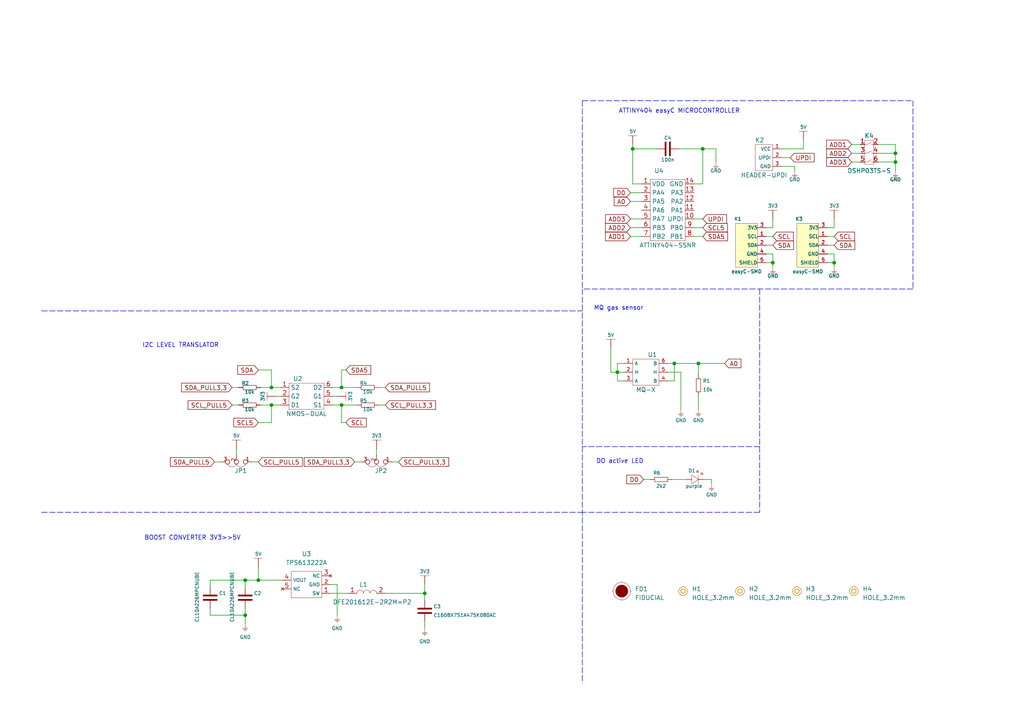
<source format=kicad_sch>
(kicad_sch (version 20211123) (generator eeschema)

  (uuid 82d13a50-9821-40ba-a76e-b4d94ab0a9fe)

  (paper "A4")

  (title_block
    (title "Ozone sensor MQ131 breakout with easyC")
    (date "2021-08-26")
    (rev "V1.1.1.")
    (company "SOLDERED")
    (comment 1 "333124")
  )

  (lib_symbols
    (symbol "e-radionica.com schematics:0402LED" (pin_numbers hide) (pin_names (offset 0.254) hide) (in_bom yes) (on_board yes)
      (property "Reference" "D" (id 0) (at -0.635 2.54 0)
        (effects (font (size 1 1)))
      )
      (property "Value" "0402LED" (id 1) (at 0 -2.54 0)
        (effects (font (size 1 1)))
      )
      (property "Footprint" "e-radionica.com footprinti:0402LED" (id 2) (at 0 5.08 0)
        (effects (font (size 1 1)) hide)
      )
      (property "Datasheet" "" (id 3) (at 0 0 0)
        (effects (font (size 1 1)) hide)
      )
      (property "Package" "0402" (id 4) (at 0 0 0)
        (effects (font (size 1.27 1.27)) hide)
      )
      (symbol "0402LED_0_1"
        (polyline
          (pts
            (xy -0.635 1.27)
            (xy 1.27 0)
          )
          (stroke (width 0.0006) (type default) (color 0 0 0 0))
          (fill (type none))
        )
        (polyline
          (pts
            (xy 0.635 1.905)
            (xy 1.27 2.54)
          )
          (stroke (width 0.0006) (type default) (color 0 0 0 0))
          (fill (type none))
        )
        (polyline
          (pts
            (xy 1.27 1.27)
            (xy 1.27 -1.27)
          )
          (stroke (width 0.0006) (type default) (color 0 0 0 0))
          (fill (type none))
        )
        (polyline
          (pts
            (xy 1.905 1.27)
            (xy 2.54 1.905)
          )
          (stroke (width 0.0006) (type default) (color 0 0 0 0))
          (fill (type none))
        )
        (polyline
          (pts
            (xy -0.635 1.27)
            (xy -0.635 -1.27)
            (xy 1.27 0)
          )
          (stroke (width 0.0006) (type default) (color 0 0 0 0))
          (fill (type none))
        )
        (polyline
          (pts
            (xy 1.27 2.54)
            (xy 0.635 2.54)
            (xy 1.27 1.905)
            (xy 1.27 2.54)
          )
          (stroke (width 0.0006) (type default) (color 0 0 0 0))
          (fill (type none))
        )
        (polyline
          (pts
            (xy 2.54 1.905)
            (xy 1.905 1.905)
            (xy 2.54 1.27)
            (xy 2.54 1.905)
          )
          (stroke (width 0.0006) (type default) (color 0 0 0 0))
          (fill (type none))
        )
      )
      (symbol "0402LED_1_1"
        (pin passive line (at -1.905 0 0) (length 1.27)
          (name "A" (effects (font (size 1.27 1.27))))
          (number "1" (effects (font (size 1.27 1.27))))
        )
        (pin passive line (at 2.54 0 180) (length 1.27)
          (name "K" (effects (font (size 1.27 1.27))))
          (number "2" (effects (font (size 1.27 1.27))))
        )
      )
    )
    (symbol "e-radionica.com schematics:0402R" (pin_numbers hide) (pin_names (offset 0.254)) (in_bom yes) (on_board yes)
      (property "Reference" "R" (id 0) (at -1.905 1.27 0)
        (effects (font (size 1 1)))
      )
      (property "Value" "0402R" (id 1) (at 0 -1.27 0)
        (effects (font (size 1 1)))
      )
      (property "Footprint" "e-radionica.com footprinti:0402R" (id 2) (at -2.54 1.905 0)
        (effects (font (size 1 1)) hide)
      )
      (property "Datasheet" "" (id 3) (at -2.54 1.905 0)
        (effects (font (size 1 1)) hide)
      )
      (symbol "0402R_0_1"
        (rectangle (start -1.905 -0.635) (end 1.905 -0.6604)
          (stroke (width 0.1) (type default) (color 0 0 0 0))
          (fill (type none))
        )
        (rectangle (start -1.905 0.635) (end -1.8796 -0.635)
          (stroke (width 0.1) (type default) (color 0 0 0 0))
          (fill (type none))
        )
        (rectangle (start -1.905 0.635) (end 1.905 0.6096)
          (stroke (width 0.1) (type default) (color 0 0 0 0))
          (fill (type none))
        )
        (rectangle (start 1.905 0.635) (end 1.9304 -0.635)
          (stroke (width 0.1) (type default) (color 0 0 0 0))
          (fill (type none))
        )
      )
      (symbol "0402R_1_1"
        (pin passive line (at -3.175 0 0) (length 1.27)
          (name "~" (effects (font (size 1.27 1.27))))
          (number "1" (effects (font (size 1.27 1.27))))
        )
        (pin passive line (at 3.175 0 180) (length 1.27)
          (name "~" (effects (font (size 1.27 1.27))))
          (number "2" (effects (font (size 1.27 1.27))))
        )
      )
    )
    (symbol "e-radionica.com schematics:0603C" (pin_numbers hide) (pin_names (offset 0.002)) (in_bom yes) (on_board yes)
      (property "Reference" "C" (id 0) (at -0.635 3.175 0)
        (effects (font (size 1 1)))
      )
      (property "Value" "0603C" (id 1) (at 0 -3.175 0)
        (effects (font (size 1 1)))
      )
      (property "Footprint" "e-radionica.com footprinti:0603C" (id 2) (at 0 0 0)
        (effects (font (size 1 1)) hide)
      )
      (property "Datasheet" "" (id 3) (at 0 0 0)
        (effects (font (size 1 1)) hide)
      )
      (symbol "0603C_0_1"
        (polyline
          (pts
            (xy -0.635 1.905)
            (xy -0.635 -1.905)
          )
          (stroke (width 0.5) (type default) (color 0 0 0 0))
          (fill (type none))
        )
        (polyline
          (pts
            (xy 0.635 1.905)
            (xy 0.635 -1.905)
          )
          (stroke (width 0.5) (type default) (color 0 0 0 0))
          (fill (type none))
        )
      )
      (symbol "0603C_1_1"
        (pin passive line (at -3.175 0 0) (length 2.54)
          (name "~" (effects (font (size 1.27 1.27))))
          (number "1" (effects (font (size 1.27 1.27))))
        )
        (pin passive line (at 3.175 0 180) (length 2.54)
          (name "~" (effects (font (size 1.27 1.27))))
          (number "2" (effects (font (size 1.27 1.27))))
        )
      )
    )
    (symbol "e-radionica.com schematics:0603R" (pin_numbers hide) (pin_names (offset 0.254)) (in_bom yes) (on_board yes)
      (property "Reference" "R" (id 0) (at -1.905 1.905 0)
        (effects (font (size 1 1)))
      )
      (property "Value" "0603R" (id 1) (at 0 -1.905 0)
        (effects (font (size 1 1)))
      )
      (property "Footprint" "e-radionica.com footprinti:0603R" (id 2) (at -0.635 1.905 0)
        (effects (font (size 1 1)) hide)
      )
      (property "Datasheet" "" (id 3) (at -0.635 1.905 0)
        (effects (font (size 1 1)) hide)
      )
      (symbol "0603R_0_1"
        (rectangle (start -1.905 -0.635) (end 1.905 -0.6604)
          (stroke (width 0.1) (type default) (color 0 0 0 0))
          (fill (type none))
        )
        (rectangle (start -1.905 0.635) (end -1.8796 -0.635)
          (stroke (width 0.1) (type default) (color 0 0 0 0))
          (fill (type none))
        )
        (rectangle (start -1.905 0.635) (end 1.905 0.6096)
          (stroke (width 0.1) (type default) (color 0 0 0 0))
          (fill (type none))
        )
        (rectangle (start 1.905 0.635) (end 1.9304 -0.635)
          (stroke (width 0.1) (type default) (color 0 0 0 0))
          (fill (type none))
        )
      )
      (symbol "0603R_1_1"
        (pin passive line (at -3.175 0 0) (length 1.27)
          (name "~" (effects (font (size 1.27 1.27))))
          (number "1" (effects (font (size 1.27 1.27))))
        )
        (pin passive line (at 3.175 0 180) (length 1.27)
          (name "~" (effects (font (size 1.27 1.27))))
          (number "2" (effects (font (size 1.27 1.27))))
        )
      )
    )
    (symbol "e-radionica.com schematics:0805C" (pin_numbers hide) (in_bom yes) (on_board yes)
      (property "Reference" "C" (id 0) (at -0.635 3.175 0)
        (effects (font (size 1 1)))
      )
      (property "Value" "0805C" (id 1) (at 0 -3.175 0)
        (effects (font (size 1 1)))
      )
      (property "Footprint" "e-radionica.com footprinti:0805C" (id 2) (at 0 0 0)
        (effects (font (size 1 1)) hide)
      )
      (property "Datasheet" "" (id 3) (at 0 0 0)
        (effects (font (size 1 1)) hide)
      )
      (symbol "0805C_0_1"
        (polyline
          (pts
            (xy -0.635 1.905)
            (xy -0.635 -1.905)
          )
          (stroke (width 0.5) (type default) (color 0 0 0 0))
          (fill (type none))
        )
        (polyline
          (pts
            (xy 0.635 1.905)
            (xy 0.635 -1.905)
          )
          (stroke (width 0.5) (type default) (color 0 0 0 0))
          (fill (type none))
        )
      )
      (symbol "0805C_1_1"
        (pin passive line (at -3.175 0 0) (length 2.54)
          (name "~" (effects (font (size 1.27 1.27))))
          (number "1" (effects (font (size 1.27 1.27))))
        )
        (pin passive line (at 3.175 0 180) (length 2.54)
          (name "~" (effects (font (size 1.27 1.27))))
          (number "2" (effects (font (size 1.27 1.27))))
        )
      )
    )
    (symbol "e-radionica.com schematics:0806L" (in_bom yes) (on_board yes)
      (property "Reference" "L" (id 0) (at 0 1.905 0)
        (effects (font (size 1.27 1.27)))
      )
      (property "Value" "0806L" (id 1) (at 0 -1.27 0)
        (effects (font (size 1.27 1.27)))
      )
      (property "Footprint" "e-radionica.com footprinti:0806L" (id 2) (at 0 -2.54 0)
        (effects (font (size 1.27 1.27)) hide)
      )
      (property "Datasheet" "" (id 3) (at 0 -1.27 0)
        (effects (font (size 1.27 1.27)) hide)
      )
      (symbol "0806L_0_1"
        (arc (start -1.27 0) (mid -2.2225 0.9388) (end -3.175 0)
          (stroke (width 0.0006) (type default) (color 0 0 0 0))
          (fill (type none))
        )
        (arc (start 0.635 0) (mid -0.3175 0.9388) (end -1.27 0)
          (stroke (width 0.0006) (type default) (color 0 0 0 0))
          (fill (type none))
        )
        (arc (start 2.54 0) (mid 1.5875 0.9388) (end 0.635 0)
          (stroke (width 0.0006) (type default) (color 0 0 0 0))
          (fill (type none))
        )
      )
      (symbol "0806L_1_1"
        (pin passive line (at -5.715 0 0) (length 2.54)
          (name "" (effects (font (size 1.27 1.27))))
          (number "1" (effects (font (size 1.27 1.27))))
        )
        (pin passive line (at 5.08 0 180) (length 2.54)
          (name "" (effects (font (size 1.27 1.27))))
          (number "2" (effects (font (size 1.27 1.27))))
        )
      )
    )
    (symbol "e-radionica.com schematics:3V3" (power) (pin_names (offset 0)) (in_bom yes) (on_board yes)
      (property "Reference" "#PWR" (id 0) (at 4.445 0 0)
        (effects (font (size 1 1)) hide)
      )
      (property "Value" "3V3" (id 1) (at 0 3.556 0)
        (effects (font (size 1 1)))
      )
      (property "Footprint" "" (id 2) (at 4.445 3.81 0)
        (effects (font (size 1 1)) hide)
      )
      (property "Datasheet" "" (id 3) (at 4.445 3.81 0)
        (effects (font (size 1 1)) hide)
      )
      (property "ki_keywords" "power-flag" (id 4) (at 0 0 0)
        (effects (font (size 1.27 1.27)) hide)
      )
      (property "ki_description" "Power symbol creates a global label with name \"+3V3\"" (id 5) (at 0 0 0)
        (effects (font (size 1.27 1.27)) hide)
      )
      (symbol "3V3_0_1"
        (polyline
          (pts
            (xy -1.27 2.54)
            (xy 1.27 2.54)
          )
          (stroke (width 0.0006) (type default) (color 0 0 0 0))
          (fill (type none))
        )
        (polyline
          (pts
            (xy 0 0)
            (xy 0 2.54)
          )
          (stroke (width 0) (type default) (color 0 0 0 0))
          (fill (type none))
        )
      )
      (symbol "3V3_1_1"
        (pin power_in line (at 0 0 90) (length 0) hide
          (name "3V3" (effects (font (size 1.27 1.27))))
          (number "1" (effects (font (size 1.27 1.27))))
        )
      )
    )
    (symbol "e-radionica.com schematics:5V" (power) (pin_names (offset 0)) (in_bom yes) (on_board yes)
      (property "Reference" "#PWR" (id 0) (at 4.445 0 0)
        (effects (font (size 1 1)) hide)
      )
      (property "Value" "5V" (id 1) (at 0 3.556 0)
        (effects (font (size 1 1)))
      )
      (property "Footprint" "" (id 2) (at 4.445 3.81 0)
        (effects (font (size 1 1)) hide)
      )
      (property "Datasheet" "" (id 3) (at 4.445 3.81 0)
        (effects (font (size 1 1)) hide)
      )
      (property "ki_keywords" "power-flag" (id 4) (at 0 0 0)
        (effects (font (size 1.27 1.27)) hide)
      )
      (property "ki_description" "Power symbol creates a global label with name \"+3V3\"" (id 5) (at 0 0 0)
        (effects (font (size 1.27 1.27)) hide)
      )
      (symbol "5V_0_1"
        (polyline
          (pts
            (xy -1.27 2.54)
            (xy 1.27 2.54)
          )
          (stroke (width 0.0006) (type default) (color 0 0 0 0))
          (fill (type none))
        )
        (polyline
          (pts
            (xy 0 0)
            (xy 0 2.54)
          )
          (stroke (width 0) (type default) (color 0 0 0 0))
          (fill (type none))
        )
      )
      (symbol "5V_1_1"
        (pin power_in line (at 0 0 90) (length 0) hide
          (name "5V" (effects (font (size 1.27 1.27))))
          (number "1" (effects (font (size 1.27 1.27))))
        )
      )
    )
    (symbol "e-radionica.com schematics:ATTINY404-SSNR" (in_bom yes) (on_board yes)
      (property "Reference" "U" (id 0) (at -5.08 10.16 0)
        (effects (font (size 1.27 1.27)))
      )
      (property "Value" "ATTINY404-SSNR" (id 1) (at 0 -10.16 0)
        (effects (font (size 1.27 1.27)))
      )
      (property "Footprint" "e-radionica.com footprinti:SOIC-14" (id 2) (at 0 -11.43 0)
        (effects (font (size 1.27 1.27)) hide)
      )
      (property "Datasheet" "" (id 3) (at 0 -2.54 0)
        (effects (font (size 1.27 1.27)) hide)
      )
      (symbol "ATTINY404-SSNR_0_1"
        (rectangle (start -5.08 8.89) (end 5.08 -8.89)
          (stroke (width 0.0006) (type default) (color 0 0 0 0))
          (fill (type none))
        )
      )
      (symbol "ATTINY404-SSNR_1_1"
        (pin power_in line (at -7.62 7.62 0) (length 2.54)
          (name "VDD" (effects (font (size 1.27 1.27))))
          (number "1" (effects (font (size 1.27 1.27))))
        )
        (pin bidirectional line (at 7.62 -2.54 180) (length 2.54)
          (name "UPDI" (effects (font (size 1.27 1.27))))
          (number "10" (effects (font (size 1.27 1.27))))
        )
        (pin bidirectional line (at 7.62 0 180) (length 2.54)
          (name "PA1" (effects (font (size 1.27 1.27))))
          (number "11" (effects (font (size 1.27 1.27))))
        )
        (pin bidirectional line (at 7.62 2.54 180) (length 2.54)
          (name "PA2" (effects (font (size 1.27 1.27))))
          (number "12" (effects (font (size 1.27 1.27))))
        )
        (pin bidirectional line (at 7.62 5.08 180) (length 2.54)
          (name "PA3" (effects (font (size 1.27 1.27))))
          (number "13" (effects (font (size 1.27 1.27))))
        )
        (pin power_in line (at 7.62 7.62 180) (length 2.54)
          (name "GND" (effects (font (size 1.27 1.27))))
          (number "14" (effects (font (size 1.27 1.27))))
        )
        (pin bidirectional line (at -7.62 5.08 0) (length 2.54)
          (name "PA4" (effects (font (size 1.27 1.27))))
          (number "2" (effects (font (size 1.27 1.27))))
        )
        (pin bidirectional line (at -7.62 2.54 0) (length 2.54)
          (name "PA5" (effects (font (size 1.27 1.27))))
          (number "3" (effects (font (size 1.27 1.27))))
        )
        (pin bidirectional line (at -7.62 0 0) (length 2.54)
          (name "PA6" (effects (font (size 1.27 1.27))))
          (number "4" (effects (font (size 1.27 1.27))))
        )
        (pin bidirectional line (at -7.62 -2.54 0) (length 2.54)
          (name "PA7" (effects (font (size 1.27 1.27))))
          (number "5" (effects (font (size 1.27 1.27))))
        )
        (pin bidirectional line (at -7.62 -5.08 0) (length 2.54)
          (name "PB3" (effects (font (size 1.27 1.27))))
          (number "6" (effects (font (size 1.27 1.27))))
        )
        (pin bidirectional line (at -7.62 -7.62 0) (length 2.54)
          (name "PB2" (effects (font (size 1.27 1.27))))
          (number "7" (effects (font (size 1.27 1.27))))
        )
        (pin bidirectional line (at 7.62 -7.62 180) (length 2.54)
          (name "PB1" (effects (font (size 1.27 1.27))))
          (number "8" (effects (font (size 1.27 1.27))))
        )
        (pin bidirectional line (at 7.62 -5.08 180) (length 2.54)
          (name "PB0" (effects (font (size 1.27 1.27))))
          (number "9" (effects (font (size 1.27 1.27))))
        )
      )
    )
    (symbol "e-radionica.com schematics:DSHP03TS-S" (in_bom yes) (on_board yes)
      (property "Reference" "K" (id 0) (at 0 5.08 0)
        (effects (font (size 1.27 1.27)))
      )
      (property "Value" "DSHP03TS-S" (id 1) (at 0 -5.08 0)
        (effects (font (size 1.27 1.27)))
      )
      (property "Footprint" "e-radionica.com footprinti:DSHP03TS-S" (id 2) (at -1.27 -7.62 0)
        (effects (font (size 1.27 1.27)) hide)
      )
      (property "Datasheet" "" (id 3) (at 0 0 0)
        (effects (font (size 1.27 1.27)) hide)
      )
      (property "ki_keywords" "DIP SW SWITCH " (id 4) (at 0 0 0)
        (effects (font (size 1.27 1.27)) hide)
      )
      (symbol "DSHP03TS-S_0_1"
        (rectangle (start -1.27 3.81) (end 1.27 -3.175)
          (stroke (width 0.0006) (type default) (color 0 0 0 0))
          (fill (type none))
        )
        (polyline
          (pts
            (xy 1.27 -2.54)
            (xy 0.635 -2.54)
          )
          (stroke (width 0.0006) (type default) (color 0 0 0 0))
          (fill (type none))
        )
        (polyline
          (pts
            (xy 1.27 0)
            (xy 0.635 0)
          )
          (stroke (width 0.0006) (type default) (color 0 0 0 0))
          (fill (type none))
        )
        (polyline
          (pts
            (xy 1.27 2.54)
            (xy 0.635 2.54)
          )
          (stroke (width 0.0006) (type default) (color 0 0 0 0))
          (fill (type none))
        )
        (polyline
          (pts
            (xy -1.27 -2.54)
            (xy -0.635 -2.54)
            (xy 0.635 -1.905)
          )
          (stroke (width 0.0006) (type default) (color 0 0 0 0))
          (fill (type none))
        )
        (polyline
          (pts
            (xy -1.27 0)
            (xy -0.635 0)
            (xy 0.635 0.635)
          )
          (stroke (width 0.0006) (type default) (color 0 0 0 0))
          (fill (type none))
        )
        (polyline
          (pts
            (xy -1.27 2.54)
            (xy -0.635 2.54)
            (xy 0.635 3.175)
          )
          (stroke (width 0.0006) (type default) (color 0 0 0 0))
          (fill (type none))
        )
      )
      (symbol "DSHP03TS-S_1_1"
        (pin bidirectional line (at -2.54 2.54 0) (length 1.27)
          (name "~" (effects (font (size 1.27 1.27))))
          (number "1" (effects (font (size 1.27 1.27))))
        )
        (pin bidirectional line (at 2.54 2.54 180) (length 1.27)
          (name "~" (effects (font (size 1.27 1.27))))
          (number "2" (effects (font (size 1.27 1.27))))
        )
        (pin bidirectional line (at -2.54 0 0) (length 1.27)
          (name "~" (effects (font (size 1.27 1.27))))
          (number "3" (effects (font (size 1.27 1.27))))
        )
        (pin bidirectional line (at 2.54 0 180) (length 1.27)
          (name "~" (effects (font (size 1.27 1.27))))
          (number "4" (effects (font (size 1.27 1.27))))
        )
        (pin bidirectional line (at -2.54 -2.54 0) (length 1.27)
          (name "~" (effects (font (size 1.27 1.27))))
          (number "5" (effects (font (size 1.27 1.27))))
        )
        (pin bidirectional line (at 2.54 -2.54 180) (length 1.27)
          (name "~" (effects (font (size 1.27 1.27))))
          (number "6" (effects (font (size 1.27 1.27))))
        )
      )
    )
    (symbol "e-radionica.com schematics:FIDUCIAL" (in_bom no) (on_board yes)
      (property "Reference" "FD" (id 0) (at 0 3.81 0)
        (effects (font (size 1.27 1.27)))
      )
      (property "Value" "FIDUCIAL" (id 1) (at 0 -3.81 0)
        (effects (font (size 1.27 1.27)))
      )
      (property "Footprint" "e-radionica.com footprinti:FIDUCIAL_23" (id 2) (at 0.254 -5.334 0)
        (effects (font (size 1.27 1.27)) hide)
      )
      (property "Datasheet" "" (id 3) (at 0 0 0)
        (effects (font (size 1.27 1.27)) hide)
      )
      (symbol "FIDUCIAL_0_1"
        (polyline
          (pts
            (xy -2.54 0)
            (xy -2.794 0)
          )
          (stroke (width 0.0006) (type default) (color 0 0 0 0))
          (fill (type none))
        )
        (polyline
          (pts
            (xy 0 -2.54)
            (xy 0 -2.794)
          )
          (stroke (width 0.0006) (type default) (color 0 0 0 0))
          (fill (type none))
        )
        (polyline
          (pts
            (xy 0 2.54)
            (xy 0 2.794)
          )
          (stroke (width 0.0006) (type default) (color 0 0 0 0))
          (fill (type none))
        )
        (polyline
          (pts
            (xy 2.54 0)
            (xy 2.794 0)
          )
          (stroke (width 0.0006) (type default) (color 0 0 0 0))
          (fill (type none))
        )
        (circle (center 0 0) (radius 1.7961)
          (stroke (width 0.001) (type default) (color 0 0 0 0))
          (fill (type outline))
        )
        (circle (center 0 0) (radius 2.54)
          (stroke (width 0.0006) (type default) (color 0 0 0 0))
          (fill (type none))
        )
      )
    )
    (symbol "e-radionica.com schematics:GND" (power) (pin_names (offset 0)) (in_bom yes) (on_board yes)
      (property "Reference" "#PWR" (id 0) (at 4.445 0 0)
        (effects (font (size 1 1)) hide)
      )
      (property "Value" "GND" (id 1) (at 0 -2.921 0)
        (effects (font (size 1 1)))
      )
      (property "Footprint" "" (id 2) (at 4.445 3.81 0)
        (effects (font (size 1 1)) hide)
      )
      (property "Datasheet" "" (id 3) (at 4.445 3.81 0)
        (effects (font (size 1 1)) hide)
      )
      (property "ki_keywords" "power-flag" (id 4) (at 0 0 0)
        (effects (font (size 1.27 1.27)) hide)
      )
      (property "ki_description" "Power symbol creates a global label with name \"GND\"" (id 5) (at 0 0 0)
        (effects (font (size 1.27 1.27)) hide)
      )
      (symbol "GND_0_1"
        (polyline
          (pts
            (xy -0.762 -1.27)
            (xy 0.762 -1.27)
          )
          (stroke (width 0.0006) (type default) (color 0 0 0 0))
          (fill (type none))
        )
        (polyline
          (pts
            (xy -0.635 -1.524)
            (xy 0.635 -1.524)
          )
          (stroke (width 0.0006) (type default) (color 0 0 0 0))
          (fill (type none))
        )
        (polyline
          (pts
            (xy -0.381 -1.778)
            (xy 0.381 -1.778)
          )
          (stroke (width 0.0006) (type default) (color 0 0 0 0))
          (fill (type none))
        )
        (polyline
          (pts
            (xy -0.127 -2.032)
            (xy 0.127 -2.032)
          )
          (stroke (width 0.0006) (type default) (color 0 0 0 0))
          (fill (type none))
        )
        (polyline
          (pts
            (xy 0 0)
            (xy 0 -1.27)
          )
          (stroke (width 0.0006) (type default) (color 0 0 0 0))
          (fill (type none))
        )
      )
      (symbol "GND_1_1"
        (pin power_in line (at 0 0 270) (length 0) hide
          (name "GND" (effects (font (size 1.27 1.27))))
          (number "1" (effects (font (size 1.27 1.27))))
        )
      )
    )
    (symbol "e-radionica.com schematics:HEADER-UPDI" (in_bom yes) (on_board yes)
      (property "Reference" "K" (id 0) (at -1.27 5.08 0)
        (effects (font (size 1.27 1.27)))
      )
      (property "Value" "HEADER-UPDI" (id 1) (at 0 -5.08 0)
        (effects (font (size 1.27 1.27)))
      )
      (property "Footprint" "e-radionica.com footprinti:HEADER-UPDI" (id 2) (at 2.54 -7.62 0)
        (effects (font (size 1.27 1.27)) hide)
      )
      (property "Datasheet" "" (id 3) (at 2.54 0 0)
        (effects (font (size 1.27 1.27)) hide)
      )
      (symbol "HEADER-UPDI_0_1"
        (rectangle (start -2.54 3.81) (end 2.54 -3.81)
          (stroke (width 0.0006) (type default) (color 0 0 0 0))
          (fill (type none))
        )
      )
      (symbol "HEADER-UPDI_1_1"
        (pin power_in line (at 5.08 2.54 180) (length 2.54)
          (name "VCC" (effects (font (size 1 1))))
          (number "1" (effects (font (size 1 1))))
        )
        (pin bidirectional line (at 5.08 0 180) (length 2.54)
          (name "UPDI" (effects (font (size 1 1))))
          (number "2" (effects (font (size 1 1))))
        )
        (pin power_in line (at 5.08 -2.54 180) (length 2.54)
          (name "GND" (effects (font (size 1 1))))
          (number "3" (effects (font (size 1 1))))
        )
      )
    )
    (symbol "e-radionica.com schematics:HOLE_3.2mm" (pin_numbers hide) (pin_names hide) (in_bom yes) (on_board yes)
      (property "Reference" "H" (id 0) (at 0 2.54 0)
        (effects (font (size 1.27 1.27)))
      )
      (property "Value" "HOLE_3.2mm" (id 1) (at 0 -2.54 0)
        (effects (font (size 1.27 1.27)))
      )
      (property "Footprint" "e-radionica.com footprinti:HOLE_3.2mm" (id 2) (at 0 0 0)
        (effects (font (size 1.27 1.27)) hide)
      )
      (property "Datasheet" "" (id 3) (at 0 0 0)
        (effects (font (size 1.27 1.27)) hide)
      )
      (symbol "HOLE_3.2mm_0_1"
        (circle (center 0 0) (radius 0.635)
          (stroke (width 0.0006) (type default) (color 0 0 0 0))
          (fill (type none))
        )
        (circle (center 0 0) (radius 1.27)
          (stroke (width 0.001) (type default) (color 0 0 0 0))
          (fill (type background))
        )
      )
    )
    (symbol "e-radionica.com schematics:MQ" (in_bom yes) (on_board yes)
      (property "Reference" "U" (id 0) (at 0 5.08 0)
        (effects (font (size 1.27 1.27)))
      )
      (property "Value" "MQ" (id 1) (at 0 -5.08 0)
        (effects (font (size 1.27 1.27)))
      )
      (property "Footprint" "e-radionica.com footprinti:MQ" (id 2) (at 2.286 0 0)
        (effects (font (size 1.27 1.27)) hide)
      )
      (property "Datasheet" "" (id 3) (at 2.286 0 0)
        (effects (font (size 1.27 1.27)) hide)
      )
      (symbol "MQ_0_1"
        (rectangle (start -3.81 3.81) (end 3.81 -3.81)
          (stroke (width 0.0006) (type default) (color 0 0 0 0))
          (fill (type none))
        )
      )
      (symbol "MQ_1_1"
        (pin input line (at -6.35 2.54 0) (length 2.54)
          (name "A" (effects (font (size 1 1))))
          (number "1" (effects (font (size 1 1))))
        )
        (pin input line (at -6.35 0 0) (length 2.54)
          (name "H" (effects (font (size 1 1))))
          (number "2" (effects (font (size 1 1))))
        )
        (pin input line (at -6.35 -2.54 0) (length 2.54)
          (name "A" (effects (font (size 1 1))))
          (number "3" (effects (font (size 1 1))))
        )
        (pin input line (at 6.35 -2.54 180) (length 2.54)
          (name "B" (effects (font (size 1 1))))
          (number "4" (effects (font (size 1 1))))
        )
        (pin input line (at 6.35 0 180) (length 2.54)
          (name "H" (effects (font (size 1 1))))
          (number "5" (effects (font (size 1 1))))
        )
        (pin input line (at 6.35 2.54 180) (length 2.54)
          (name "B" (effects (font (size 1 1))))
          (number "6" (effects (font (size 1 1))))
        )
      )
    )
    (symbol "e-radionica.com schematics:NMOS-DUAL" (in_bom yes) (on_board yes)
      (property "Reference" "U" (id 0) (at -3.81 5.08 0)
        (effects (font (size 1.27 1.27)))
      )
      (property "Value" "NMOS-DUAL" (id 1) (at 0 -5.08 0)
        (effects (font (size 1.27 1.27)))
      )
      (property "Footprint" "e-radionica.com footprinti:SOT-363" (id 2) (at 0 -7.62 0)
        (effects (font (size 1.27 1.27)) hide)
      )
      (property "Datasheet" "" (id 3) (at 0 -2.54 0)
        (effects (font (size 1.27 1.27)) hide)
      )
      (symbol "NMOS-DUAL_0_1"
        (rectangle (start -5.08 3.81) (end 5.08 -3.81)
          (stroke (width 0.0006) (type default) (color 0 0 0 0))
          (fill (type none))
        )
      )
      (symbol "NMOS-DUAL_1_1"
        (pin input line (at -7.62 2.54 0) (length 2.54)
          (name "S2" (effects (font (size 1.27 1.27))))
          (number "1" (effects (font (size 1.27 1.27))))
        )
        (pin input line (at -7.62 0 0) (length 2.54)
          (name "G2" (effects (font (size 1.27 1.27))))
          (number "2" (effects (font (size 1.27 1.27))))
        )
        (pin input line (at -7.62 -2.54 0) (length 2.54)
          (name "D1" (effects (font (size 1.27 1.27))))
          (number "3" (effects (font (size 1.27 1.27))))
        )
        (pin input line (at 7.62 -2.54 180) (length 2.54)
          (name "S1" (effects (font (size 1.27 1.27))))
          (number "4" (effects (font (size 1.27 1.27))))
        )
        (pin input line (at 7.62 0 180) (length 2.54)
          (name "G1" (effects (font (size 1.27 1.27))))
          (number "5" (effects (font (size 1.27 1.27))))
        )
        (pin input line (at 7.62 2.54 180) (length 2.54)
          (name "D2" (effects (font (size 1.27 1.27))))
          (number "6" (effects (font (size 1.27 1.27))))
        )
      )
    )
    (symbol "e-radionica.com schematics:SMD_JUMPER_3_PAD_TRACE" (in_bom yes) (on_board yes)
      (property "Reference" "JP" (id 0) (at 0.0254 5.461 0)
        (effects (font (size 1.27 1.27)))
      )
      (property "Value" "SMD_JUMPER_3_PAD_TRACE" (id 1) (at 0.3048 -4.572 0)
        (effects (font (size 1.27 1.27)))
      )
      (property "Footprint" "e-radionica.com footprinti:SMD_JUMPER_3_PAD_TRACE" (id 2) (at 0 -1.27 0)
        (effects (font (size 1.27 1.27)) hide)
      )
      (property "Datasheet" "" (id 3) (at 0 0 0)
        (effects (font (size 1.27 1.27)) hide)
      )
      (symbol "SMD_JUMPER_3_PAD_TRACE_0_1"
        (arc (start 0 0.5842) (mid -1.2996 1.4721) (end -2.6162 0.6096)
          (stroke (width 0.0006) (type default) (color 0 0 0 0))
          (fill (type none))
        )
        (arc (start 2.5908 0.6604) (mid 1.2796 1.4379) (end 0 0.6096)
          (stroke (width 0.0006) (type default) (color 0 0 0 0))
          (fill (type none))
        )
      )
      (symbol "SMD_JUMPER_3_PAD_TRACE_1_1"
        (pin passive inverted (at -4.5212 -0.0254 0) (length 2.54)
          (name "" (effects (font (size 1 1))))
          (number "1" (effects (font (size 1 1))))
        )
        (pin passive inverted (at 0.0254 -1.9304 90) (length 2.54)
          (name "" (effects (font (size 1 1))))
          (number "2" (effects (font (size 1 1))))
        )
        (pin passive inverted (at 4.4704 0 180) (length 2.54)
          (name "" (effects (font (size 1 1))))
          (number "3" (effects (font (size 1 1))))
        )
      )
    )
    (symbol "e-radionica.com schematics:TPS613222A" (in_bom yes) (on_board yes)
      (property "Reference" "U" (id 0) (at 0 5.08 0)
        (effects (font (size 1.27 1.27)))
      )
      (property "Value" "TPS613222A" (id 1) (at 0 -5.08 0)
        (effects (font (size 1.27 1.27)))
      )
      (property "Footprint" "e-radionica.com footprinti:tps613222a" (id 2) (at -0.635 0 0)
        (effects (font (size 1.27 1.27)) hide)
      )
      (property "Datasheet" "" (id 3) (at -0.635 0 0)
        (effects (font (size 1.27 1.27)) hide)
      )
      (symbol "TPS613222A_0_1"
        (rectangle (start -4.445 3.81) (end 4.445 -3.81)
          (stroke (width 0.0006) (type default) (color 0 0 0 0))
          (fill (type none))
        )
      )
      (symbol "TPS613222A_1_1"
        (pin passive line (at 6.985 -2.54 180) (length 2.54)
          (name "SW" (effects (font (size 1 1))))
          (number "1" (effects (font (size 1.27 1.27))))
        )
        (pin passive line (at 6.985 0 180) (length 2.54)
          (name "GND" (effects (font (size 1 1))))
          (number "2" (effects (font (size 1 1))))
        )
        (pin no_connect line (at 6.985 2.54 180) (length 2.54)
          (name "NC" (effects (font (size 1 1))))
          (number "3" (effects (font (size 1.27 1.27))))
        )
        (pin passive line (at -6.985 1.27 0) (length 2.54)
          (name "VOUT" (effects (font (size 1 1))))
          (number "4" (effects (font (size 1.27 1.27))))
        )
        (pin no_connect line (at -6.985 -1.27 0) (length 2.54)
          (name "NC" (effects (font (size 1 1))))
          (number "5" (effects (font (size 1.27 1.27))))
        )
      )
    )
    (symbol "e-radionica.com schematics:easyC-SMD" (pin_names (offset 0.002)) (in_bom yes) (on_board yes)
      (property "Reference" "K" (id 0) (at -2.54 10.16 0)
        (effects (font (size 1 1)))
      )
      (property "Value" "easyC-SMD" (id 1) (at 0 -5.08 0)
        (effects (font (size 1 1)))
      )
      (property "Footprint" "e-radionica.com footprinti:easyC-connector" (id 2) (at 3.175 2.54 0)
        (effects (font (size 1 1)) hide)
      )
      (property "Datasheet" "" (id 3) (at 3.175 2.54 0)
        (effects (font (size 1 1)) hide)
      )
      (symbol "easyC-SMD_0_1"
        (rectangle (start -3.175 8.89) (end 3.175 -3.81)
          (stroke (width 0.001) (type default) (color 0 0 0 0))
          (fill (type background))
        )
      )
      (symbol "easyC-SMD_1_1"
        (pin passive line (at 5.715 5.08 180) (length 2.54)
          (name "SCL" (effects (font (size 1 1))))
          (number "1" (effects (font (size 1 1))))
        )
        (pin passive line (at 5.715 2.54 180) (length 2.54)
          (name "SDA" (effects (font (size 1 1))))
          (number "2" (effects (font (size 1 1))))
        )
        (pin passive line (at 5.715 7.62 180) (length 2.54)
          (name "3V3" (effects (font (size 1 1))))
          (number "3" (effects (font (size 1 1))))
        )
        (pin passive line (at 5.715 0 180) (length 2.54)
          (name "GND" (effects (font (size 1 1))))
          (number "4" (effects (font (size 1 1))))
        )
        (pin passive line (at 5.715 -2.54 180) (length 2.54)
          (name "SHIELD" (effects (font (size 1 1))))
          (number "5" (effects (font (size 1 1))))
        )
      )
    )
  )

  (junction (at 179.07 107.95) (diameter 0.9144) (color 0 0 0 0)
    (uuid 15fe8f3d-6077-4e0e-81d0-8ec3f4538981)
  )
  (junction (at 78.74 117.475) (diameter 0.9144) (color 0 0 0 0)
    (uuid 35a9f71f-ba35-47f6-814e-4106ac36c51e)
  )
  (junction (at 78.74 112.395) (diameter 0.9144) (color 0 0 0 0)
    (uuid 5b34a16c-5a14-4291-8242-ea6d6ac54372)
  )
  (junction (at 71.12 178.435) (diameter 0.9144) (color 0 0 0 0)
    (uuid 6781326c-6e0d-4753-8f28-0f5c687e01f9)
  )
  (junction (at 259.715 46.99) (diameter 0.9144) (color 0 0 0 0)
    (uuid 7a4ce4b3-518a-4819-b8b2-5127b3347c64)
  )
  (junction (at 183.515 43.18) (diameter 0.9144) (color 0 0 0 0)
    (uuid 814763c2-92e5-4a2c-941c-9bbd073f6e87)
  )
  (junction (at 202.565 105.41) (diameter 0.9144) (color 0 0 0 0)
    (uuid 82be7aae-5d06-4178-8c3e-98760c41b054)
  )
  (junction (at 99.06 117.475) (diameter 0.9144) (color 0 0 0 0)
    (uuid 9b3c58a7-a9b9-4498-abc0-f9f43e4f0292)
  )
  (junction (at 241.935 76.2) (diameter 0.9144) (color 0 0 0 0)
    (uuid a6b7df29-bcf8-46a9-b623-7eaac47f5110)
  )
  (junction (at 259.715 44.45) (diameter 0.9144) (color 0 0 0 0)
    (uuid a9b3f6e4-7a6d-4ae8-ad28-3d8458e0ca1a)
  )
  (junction (at 99.06 112.395) (diameter 0.9144) (color 0 0 0 0)
    (uuid c094494a-f6f7-43fc-a007-4951484ddf3a)
  )
  (junction (at 74.93 168.275) (diameter 0.9144) (color 0 0 0 0)
    (uuid c701ee8e-1214-4781-a973-17bef7b6e3eb)
  )
  (junction (at 71.12 168.275) (diameter 0.9144) (color 0 0 0 0)
    (uuid c8029a4c-945d-42ca-871a-dd73ff50a1a3)
  )
  (junction (at 224.155 76.2) (diameter 0.9144) (color 0 0 0 0)
    (uuid d9c6d5d2-0b49-49ba-a970-cd2c32f74c54)
  )
  (junction (at 203.835 43.18) (diameter 0.9144) (color 0 0 0 0)
    (uuid e1535036-5d36-405f-bb86-3819621c4f23)
  )
  (junction (at 123.19 172.085) (diameter 0.9144) (color 0 0 0 0)
    (uuid e40e8cef-4fb0-4fc3-be09-3875b2cc8469)
  )
  (junction (at 195.58 105.41) (diameter 0.9144) (color 0 0 0 0)
    (uuid e65b62be-e01b-4688-a999-1d1be370c4ae)
  )

  (wire (pts (xy 96.52 117.475) (xy 99.06 117.475))
    (stroke (width 0) (type solid) (color 0 0 0 0))
    (uuid 02ff8d5a-2c6d-4fe6-aac7-61e83e041233)
  )
  (wire (pts (xy 247.015 41.91) (xy 249.555 41.91))
    (stroke (width 0) (type solid) (color 0 0 0 0))
    (uuid 0355d112-8dd1-4737-96d1-dc0e3985cf89)
  )
  (wire (pts (xy 193.675 105.41) (xy 195.58 105.41))
    (stroke (width 0) (type solid) (color 0 0 0 0))
    (uuid 0695d603-6507-40ae-b09f-b26ab2bea23a)
  )
  (wire (pts (xy 195.58 105.41) (xy 195.58 110.49))
    (stroke (width 0) (type solid) (color 0 0 0 0))
    (uuid 0695d603-6507-40ae-b09f-b26ab2bea23b)
  )
  (wire (pts (xy 195.58 110.49) (xy 193.675 110.49))
    (stroke (width 0) (type solid) (color 0 0 0 0))
    (uuid 0695d603-6507-40ae-b09f-b26ab2bea23c)
  )
  (wire (pts (xy 179.07 107.95) (xy 179.07 110.49))
    (stroke (width 0) (type solid) (color 0 0 0 0))
    (uuid 06bfb560-c96c-4471-9426-0b2ea7de102f)
  )
  (wire (pts (xy 240.03 76.2) (xy 241.935 76.2))
    (stroke (width 0) (type solid) (color 0 0 0 0))
    (uuid 09dfb37a-f4c7-4f07-a943-4d4319bc2c00)
  )
  (wire (pts (xy 224.155 73.66) (xy 224.155 76.2))
    (stroke (width 0) (type solid) (color 0 0 0 0))
    (uuid 14836482-9cb3-4ac1-ae7b-e494aadb2f51)
  )
  (wire (pts (xy 109.855 112.395) (xy 111.76 112.395))
    (stroke (width 0) (type solid) (color 0 0 0 0))
    (uuid 15d208d5-3428-4a4e-872f-4715c4fd3281)
  )
  (wire (pts (xy 113.7412 133.985) (xy 115.57 133.985))
    (stroke (width 0) (type solid) (color 0 0 0 0))
    (uuid 15e9a624-c01f-4674-be10-b95583280c50)
  )
  (wire (pts (xy 74.93 122.555) (xy 78.74 122.555))
    (stroke (width 0) (type solid) (color 0 0 0 0))
    (uuid 16514e74-baa8-4aa9-b0d2-0fefd7a256a4)
  )
  (wire (pts (xy 240.03 73.66) (xy 241.935 73.66))
    (stroke (width 0) (type solid) (color 0 0 0 0))
    (uuid 17bc906a-a6ba-41ef-8b7b-8f1226daef09)
  )
  (wire (pts (xy 60.96 170.18) (xy 60.96 168.275))
    (stroke (width 0) (type solid) (color 0 0 0 0))
    (uuid 19327ae6-7c6f-446d-9c11-379f3144ae30)
  )
  (wire (pts (xy 203.835 53.34) (xy 201.295 53.34))
    (stroke (width 0) (type solid) (color 0 0 0 0))
    (uuid 1bf7c9d4-47ef-430b-8596-f49931723ce9)
  )
  (wire (pts (xy 259.715 44.45) (xy 259.715 46.99))
    (stroke (width 0) (type solid) (color 0 0 0 0))
    (uuid 2476cce4-f817-49ac-8f01-5f10b43a1a75)
  )
  (wire (pts (xy 230.505 48.26) (xy 230.505 49.53))
    (stroke (width 0) (type solid) (color 0 0 0 0))
    (uuid 2cc959cf-7c9c-4ec4-9232-a7070d6a4d8e)
  )
  (wire (pts (xy 186.69 139.065) (xy 188.595 139.065))
    (stroke (width 0) (type solid) (color 0 0 0 0))
    (uuid 30e35ead-c474-4c81-9a42-6c072b87a4cf)
  )
  (wire (pts (xy 109.855 117.475) (xy 111.76 117.475))
    (stroke (width 0) (type solid) (color 0 0 0 0))
    (uuid 30eeed85-beb2-4157-8310-73ed4b6e4d78)
  )
  (polyline (pts (xy 168.91 29.21) (xy 264.795 29.21))
    (stroke (width 0) (type dash) (color 0 0 0 0))
    (uuid 30f6140c-afa7-4934-98d3-6666b5f580a9)
  )

  (wire (pts (xy 78.74 117.475) (xy 81.28 117.475))
    (stroke (width 0) (type solid) (color 0 0 0 0))
    (uuid 32c1f8ad-bc83-403b-90d9-175f56c81853)
  )
  (wire (pts (xy 182.88 68.58) (xy 186.055 68.58))
    (stroke (width 0) (type solid) (color 0 0 0 0))
    (uuid 33d2cd46-39a1-4ed2-b446-a559b873a118)
  )
  (wire (pts (xy 71.12 178.435) (xy 71.12 180.975))
    (stroke (width 0) (type solid) (color 0 0 0 0))
    (uuid 3690fc65-ba08-4832-a390-d63a5abfc446)
  )
  (wire (pts (xy 233.045 43.18) (xy 233.045 40.64))
    (stroke (width 0) (type solid) (color 0 0 0 0))
    (uuid 389bead1-fbd3-4741-a6e0-57f34617d3a3)
  )
  (polyline (pts (xy 12.065 90.17) (xy 168.91 90.17))
    (stroke (width 0) (type dash) (color 0 0 0 0))
    (uuid 393f69bd-613f-4ee0-b258-604d43e87e09)
  )

  (wire (pts (xy 68.5546 132.0546) (xy 68.5546 130.175))
    (stroke (width 0) (type solid) (color 0 0 0 0))
    (uuid 3a29b652-2353-46af-9e2d-482fa4c902c3)
  )
  (wire (pts (xy 202.565 105.41) (xy 210.185 105.41))
    (stroke (width 0) (type solid) (color 0 0 0 0))
    (uuid 3bd68823-eb53-431f-86e5-bbfd4e4423cc)
  )
  (wire (pts (xy 222.25 71.12) (xy 224.155 71.12))
    (stroke (width 0) (type solid) (color 0 0 0 0))
    (uuid 3bd97195-7b9f-4029-97d8-11974224c316)
  )
  (wire (pts (xy 224.155 76.2) (xy 224.155 77.47))
    (stroke (width 0) (type solid) (color 0 0 0 0))
    (uuid 3f3ad478-e6ca-4ba5-8768-846be256ab3d)
  )
  (wire (pts (xy 177.165 100.965) (xy 177.165 107.95))
    (stroke (width 0) (type solid) (color 0 0 0 0))
    (uuid 413b948f-5e0a-42fe-a146-1dc33778fc0f)
  )
  (wire (pts (xy 179.07 107.95) (xy 177.165 107.95))
    (stroke (width 0) (type solid) (color 0 0 0 0))
    (uuid 413b948f-5e0a-42fe-a146-1dc33778fc10)
  )
  (wire (pts (xy 180.975 107.95) (xy 179.07 107.95))
    (stroke (width 0) (type solid) (color 0 0 0 0))
    (uuid 413b948f-5e0a-42fe-a146-1dc33778fc11)
  )
  (wire (pts (xy 222.25 66.04) (xy 224.155 66.04))
    (stroke (width 0) (type solid) (color 0 0 0 0))
    (uuid 423c7e19-cdc2-4ff9-af04-cdde51b70aca)
  )
  (wire (pts (xy 68.5546 130.175) (xy 68.58 130.175))
    (stroke (width 0) (type solid) (color 0 0 0 0))
    (uuid 42f240a7-16f2-440f-9413-eb35ceb80742)
  )
  (wire (pts (xy 254.635 44.45) (xy 259.715 44.45))
    (stroke (width 0) (type solid) (color 0 0 0 0))
    (uuid 4bc7a452-0c65-495b-8fe9-666eca856d06)
  )
  (wire (pts (xy 259.715 46.99) (xy 259.715 49.53))
    (stroke (width 0) (type solid) (color 0 0 0 0))
    (uuid 4e094a57-ec82-47ab-83a6-73666730c323)
  )
  (wire (pts (xy 182.88 63.5) (xy 186.055 63.5))
    (stroke (width 0) (type solid) (color 0 0 0 0))
    (uuid 4eb69e21-90aa-41bc-b2c3-7ec5701101f5)
  )
  (polyline (pts (xy 220.345 129.54) (xy 168.91 129.54))
    (stroke (width 0) (type dash) (color 0 0 0 0))
    (uuid 51f06844-6223-45a8-b103-64444b1a4ce2)
  )

  (wire (pts (xy 99.06 122.555) (xy 99.06 117.475))
    (stroke (width 0) (type solid) (color 0 0 0 0))
    (uuid 54c1427d-355f-474d-9245-7d727c5d178b)
  )
  (polyline (pts (xy 220.345 129.54) (xy 220.345 148.59))
    (stroke (width 0) (type dash) (color 0 0 0 0))
    (uuid 55755e1d-e96b-436f-906c-830260f508f1)
  )

  (wire (pts (xy 179.07 110.49) (xy 180.975 110.49))
    (stroke (width 0) (type solid) (color 0 0 0 0))
    (uuid 55d3962e-c9e0-47e4-88dd-12fe08cdc438)
  )
  (wire (pts (xy 180.975 105.41) (xy 179.07 105.41))
    (stroke (width 0) (type solid) (color 0 0 0 0))
    (uuid 55d3962e-c9e0-47e4-88dd-12fe08cdc439)
  )
  (wire (pts (xy 222.25 76.2) (xy 224.155 76.2))
    (stroke (width 0) (type solid) (color 0 0 0 0))
    (uuid 57b74cc8-0d2e-407e-b7be-3db04af761cf)
  )
  (wire (pts (xy 74.93 107.315) (xy 78.74 107.315))
    (stroke (width 0) (type solid) (color 0 0 0 0))
    (uuid 59b31ca7-caf5-4d9c-bd3e-681f8f54329a)
  )
  (wire (pts (xy 207.645 43.18) (xy 207.645 46.99))
    (stroke (width 0) (type solid) (color 0 0 0 0))
    (uuid 5da8a127-b7be-4043-90db-c4bcd9d990cd)
  )
  (wire (pts (xy 97.79 169.545) (xy 97.79 178.435))
    (stroke (width 0) (type solid) (color 0 0 0 0))
    (uuid 5eeea421-c7af-425c-b314-84c048e20f9b)
  )
  (polyline (pts (xy 168.91 129.54) (xy 168.91 198.12))
    (stroke (width 0) (type dash) (color 0 0 0 0))
    (uuid 653bd144-485d-49f8-ade0-e5230deccd59)
  )

  (wire (pts (xy 195.58 105.41) (xy 202.565 105.41))
    (stroke (width 0) (type solid) (color 0 0 0 0))
    (uuid 6556edff-3f84-494f-9764-df5ddd25075c)
  )
  (wire (pts (xy 202.565 105.41) (xy 202.565 108.585))
    (stroke (width 0) (type solid) (color 0 0 0 0))
    (uuid 6556edff-3f84-494f-9764-df5ddd25075d)
  )
  (wire (pts (xy 74.93 133.9596) (xy 74.93 133.985))
    (stroke (width 0) (type solid) (color 0 0 0 0))
    (uuid 65e347db-c9c3-4933-b252-98f3bb883bb9)
  )
  (wire (pts (xy 109.1946 130.175) (xy 109.22 130.175))
    (stroke (width 0) (type solid) (color 0 0 0 0))
    (uuid 6771ecc7-70a4-4312-913d-dd1e2d630a66)
  )
  (wire (pts (xy 99.06 117.475) (xy 103.505 117.475))
    (stroke (width 0) (type solid) (color 0 0 0 0))
    (uuid 680fb72e-f59b-496b-9724-b894648c3660)
  )
  (wire (pts (xy 197.485 107.95) (xy 197.485 118.745))
    (stroke (width 0) (type solid) (color 0 0 0 0))
    (uuid 686344e7-4735-47cd-86f9-6ee5dad0507c)
  )
  (wire (pts (xy 222.25 68.58) (xy 224.155 68.58))
    (stroke (width 0) (type solid) (color 0 0 0 0))
    (uuid 6ac5bd2c-750c-4ef2-ba23-38d941b620b1)
  )
  (wire (pts (xy 247.015 44.45) (xy 249.555 44.45))
    (stroke (width 0) (type solid) (color 0 0 0 0))
    (uuid 74c48b1b-6a09-46ed-ab0d-7a2fc8bbb87f)
  )
  (wire (pts (xy 113.7412 133.9596) (xy 113.7412 133.985))
    (stroke (width 0) (type solid) (color 0 0 0 0))
    (uuid 753a4300-5bfd-4133-9093-faadc59dacde)
  )
  (wire (pts (xy 78.74 107.315) (xy 78.74 112.395))
    (stroke (width 0) (type solid) (color 0 0 0 0))
    (uuid 755395ab-fbe2-47c2-bd10-efcb2abc0df3)
  )
  (wire (pts (xy 240.03 66.04) (xy 241.935 66.04))
    (stroke (width 0) (type solid) (color 0 0 0 0))
    (uuid 77314424-b527-4487-a612-62b712690840)
  )
  (wire (pts (xy 247.015 46.99) (xy 249.555 46.99))
    (stroke (width 0) (type solid) (color 0 0 0 0))
    (uuid 80455537-61f7-4e5b-b0b5-91dd1bab8943)
  )
  (wire (pts (xy 226.695 43.18) (xy 233.045 43.18))
    (stroke (width 0) (type solid) (color 0 0 0 0))
    (uuid 84351380-3e23-44d2-b325-8e193b703d9f)
  )
  (wire (pts (xy 206.375 139.065) (xy 206.375 140.335))
    (stroke (width 0) (type solid) (color 0 0 0 0))
    (uuid 86a4fa68-441b-4a9f-851a-40b877159db0)
  )
  (wire (pts (xy 254.635 46.99) (xy 259.715 46.99))
    (stroke (width 0) (type solid) (color 0 0 0 0))
    (uuid 88ac43ec-e4c9-4800-a7ee-1122ac3b5337)
  )
  (polyline (pts (xy 168.91 83.82) (xy 168.91 129.54))
    (stroke (width 0) (type dash) (color 0 0 0 0))
    (uuid 8ca1883b-913e-4516-a8f2-d8cb301a4ec4)
  )
  (polyline (pts (xy 12.065 148.59) (xy 168.91 148.59))
    (stroke (width 0) (type dash) (color 0 0 0 0))
    (uuid 8e0a1a9b-cb55-4452-96d0-654a255676bf)
  )

  (wire (pts (xy 74.93 168.275) (xy 74.93 164.465))
    (stroke (width 0) (type solid) (color 0 0 0 0))
    (uuid 8e441440-a49b-464e-96ab-09d7df8e3c9e)
  )
  (wire (pts (xy 95.885 172.085) (xy 100.965 172.085))
    (stroke (width 0) (type solid) (color 0 0 0 0))
    (uuid 91918f88-0427-4d36-84f2-5b32d8155d3f)
  )
  (wire (pts (xy 78.74 122.555) (xy 78.74 117.475))
    (stroke (width 0) (type solid) (color 0 0 0 0))
    (uuid 92003705-9d9a-4928-9e89-afd4ef9b72cd)
  )
  (wire (pts (xy 203.835 43.18) (xy 207.645 43.18))
    (stroke (width 0) (type solid) (color 0 0 0 0))
    (uuid 93fb1317-82cd-45ca-890f-28c2217c7952)
  )
  (wire (pts (xy 194.945 139.065) (xy 199.39 139.065))
    (stroke (width 0) (type solid) (color 0 0 0 0))
    (uuid 944171bd-ce32-489b-8819-f69bdf05bb2f)
  )
  (wire (pts (xy 190.5 43.18) (xy 183.515 43.18))
    (stroke (width 0) (type solid) (color 0 0 0 0))
    (uuid 96f1b1d8-fa53-4ca9-9371-4c4c94a2ab48)
  )
  (wire (pts (xy 123.19 169.545) (xy 123.19 172.085))
    (stroke (width 0) (type solid) (color 0 0 0 0))
    (uuid 99483fdc-8166-43b8-ab33-8663852b6ebc)
  )
  (wire (pts (xy 109.1946 132.0546) (xy 109.1946 130.175))
    (stroke (width 0) (type solid) (color 0 0 0 0))
    (uuid 99de7ae8-e0f9-4368-b138-d43baa12d1bc)
  )
  (wire (pts (xy 100.33 107.315) (xy 99.06 107.315))
    (stroke (width 0) (type solid) (color 0 0 0 0))
    (uuid 9d429368-0e76-455b-a592-a4116b67747b)
  )
  (wire (pts (xy 183.515 53.34) (xy 183.515 43.18))
    (stroke (width 0) (type solid) (color 0 0 0 0))
    (uuid a1ad9224-f0ad-470f-8449-3088d6e1653e)
  )
  (wire (pts (xy 75.565 112.395) (xy 78.74 112.395))
    (stroke (width 0) (type solid) (color 0 0 0 0))
    (uuid a1e98e25-74b9-4e2d-941e-203ade6246b7)
  )
  (wire (pts (xy 182.88 66.04) (xy 186.055 66.04))
    (stroke (width 0) (type solid) (color 0 0 0 0))
    (uuid a292a464-8fd3-4b46-adf5-ffa0f14a9215)
  )
  (wire (pts (xy 203.835 139.065) (xy 206.375 139.065))
    (stroke (width 0) (type solid) (color 0 0 0 0))
    (uuid a75fccb5-ca60-44e8-a923-d3d7c29cf4e6)
  )
  (wire (pts (xy 78.74 112.395) (xy 81.28 112.395))
    (stroke (width 0) (type solid) (color 0 0 0 0))
    (uuid a8100fa4-2f2b-494e-bb7c-27ac6a39a57d)
  )
  (wire (pts (xy 80.01 114.935) (xy 81.28 114.935))
    (stroke (width 0) (type solid) (color 0 0 0 0))
    (uuid a925f46e-8df0-4163-bef0-69abe94da434)
  )
  (wire (pts (xy 201.295 66.04) (xy 203.835 66.04))
    (stroke (width 0) (type solid) (color 0 0 0 0))
    (uuid af32c419-687e-40c3-b976-a7746811716a)
  )
  (polyline (pts (xy 220.345 83.82) (xy 220.345 129.54))
    (stroke (width 0) (type dash) (color 0 0 0 0))
    (uuid b0aada79-6b72-420e-91c4-598b0e8da8ea)
  )

  (wire (pts (xy 179.07 105.41) (xy 179.07 107.95))
    (stroke (width 0) (type solid) (color 0 0 0 0))
    (uuid b118eb9e-8b4c-49a0-914b-72d13d1948b1)
  )
  (wire (pts (xy 259.715 41.91) (xy 259.715 44.45))
    (stroke (width 0) (type solid) (color 0 0 0 0))
    (uuid b3fb5784-c748-4a7a-ba99-beb4dd6fc591)
  )
  (wire (pts (xy 241.935 66.04) (xy 241.935 63.5))
    (stroke (width 0) (type solid) (color 0 0 0 0))
    (uuid b7159a79-84e4-4087-a5b4-0306848d8450)
  )
  (wire (pts (xy 96.52 114.935) (xy 97.79 114.935))
    (stroke (width 0) (type solid) (color 0 0 0 0))
    (uuid b7bd6770-d765-4045-a112-861c71f121f1)
  )
  (wire (pts (xy 123.19 172.085) (xy 123.19 173.99))
    (stroke (width 0) (type solid) (color 0 0 0 0))
    (uuid b834e07c-4c1a-4034-9f98-93cb08051e63)
  )
  (wire (pts (xy 182.88 55.88) (xy 186.055 55.88))
    (stroke (width 0) (type solid) (color 0 0 0 0))
    (uuid b9277b7a-674f-4178-bf39-a020bdcd1fe6)
  )
  (polyline (pts (xy 264.795 29.21) (xy 264.795 83.82))
    (stroke (width 0) (type dash) (color 0 0 0 0))
    (uuid bbf34520-adc6-4222-b63c-fa6a07541d66)
  )
  (polyline (pts (xy 220.345 148.59) (xy 168.91 148.59))
    (stroke (width 0) (type dash) (color 0 0 0 0))
    (uuid bc1b74bb-4046-4df4-a1c3-0c34dc0a9347)
  )

  (wire (pts (xy 201.295 63.5) (xy 203.835 63.5))
    (stroke (width 0) (type solid) (color 0 0 0 0))
    (uuid beadeae7-baa2-4491-bdba-4771f02e9256)
  )
  (wire (pts (xy 71.12 170.18) (xy 71.12 168.275))
    (stroke (width 0) (type solid) (color 0 0 0 0))
    (uuid beaeaa1e-9648-424f-9af0-3d84eb21a3af)
  )
  (wire (pts (xy 202.565 114.935) (xy 202.565 118.745))
    (stroke (width 0) (type solid) (color 0 0 0 0))
    (uuid c24cc172-c5c2-4b4c-9abb-c258bd323a0d)
  )
  (wire (pts (xy 123.19 180.34) (xy 123.19 182.245))
    (stroke (width 0) (type solid) (color 0 0 0 0))
    (uuid c4b952db-a8c9-4eb2-bbe8-66bd6b5f2df3)
  )
  (wire (pts (xy 182.88 58.42) (xy 186.055 58.42))
    (stroke (width 0) (type solid) (color 0 0 0 0))
    (uuid c4c4db9c-ccc4-49b6-a73b-15a160be60c9)
  )
  (wire (pts (xy 201.295 68.58) (xy 203.835 68.58))
    (stroke (width 0) (type solid) (color 0 0 0 0))
    (uuid c4d82f8e-0734-4da9-92cf-4dd1e27c5db5)
  )
  (wire (pts (xy 196.85 43.18) (xy 203.835 43.18))
    (stroke (width 0) (type solid) (color 0 0 0 0))
    (uuid c72a4fd8-7903-416f-97f4-f17c719bf3d6)
  )
  (polyline (pts (xy 264.795 83.82) (xy 168.91 83.82))
    (stroke (width 0) (type dash) (color 0 0 0 0))
    (uuid c92ff0df-a48d-48ac-bf62-3ac596b80dd6)
  )

  (wire (pts (xy 222.25 73.66) (xy 224.155 73.66))
    (stroke (width 0) (type solid) (color 0 0 0 0))
    (uuid ca723e53-d949-4b23-afbd-2e7a0bd7e975)
  )
  (wire (pts (xy 60.96 176.53) (xy 60.96 178.435))
    (stroke (width 0) (type solid) (color 0 0 0 0))
    (uuid cafea152-5613-4e8b-b5dc-780777eb4dfa)
  )
  (wire (pts (xy 240.03 71.12) (xy 241.935 71.12))
    (stroke (width 0) (type solid) (color 0 0 0 0))
    (uuid cb8a7267-3ecf-44aa-8061-ab8307db4da1)
  )
  (wire (pts (xy 111.76 172.085) (xy 123.19 172.085))
    (stroke (width 0) (type solid) (color 0 0 0 0))
    (uuid cc18754b-63ab-4b4c-ae0b-87ea87fa990e)
  )
  (wire (pts (xy 74.93 168.275) (xy 81.915 168.275))
    (stroke (width 0) (type solid) (color 0 0 0 0))
    (uuid cc401ec6-de11-4663-ac58-be070113cc9c)
  )
  (wire (pts (xy 254.635 41.91) (xy 259.715 41.91))
    (stroke (width 0) (type solid) (color 0 0 0 0))
    (uuid cc793ec8-ac08-434a-99c5-4b24a8fb5643)
  )
  (wire (pts (xy 99.06 112.395) (xy 103.505 112.395))
    (stroke (width 0) (type solid) (color 0 0 0 0))
    (uuid cf2e3832-d3f8-4304-b9ce-1617c1b6aa90)
  )
  (wire (pts (xy 95.885 169.545) (xy 97.79 169.545))
    (stroke (width 0) (type solid) (color 0 0 0 0))
    (uuid d44ef774-1ae9-44ce-9e77-908bfd514ad0)
  )
  (wire (pts (xy 96.52 112.395) (xy 99.06 112.395))
    (stroke (width 0) (type solid) (color 0 0 0 0))
    (uuid d48c00bb-a4e7-4e30-a854-ae01d3a4aca5)
  )
  (wire (pts (xy 67.31 117.475) (xy 69.215 117.475))
    (stroke (width 0) (type solid) (color 0 0 0 0))
    (uuid d65ad27f-2ee4-401b-8417-4365235b2cba)
  )
  (wire (pts (xy 186.055 53.34) (xy 183.515 53.34))
    (stroke (width 0) (type solid) (color 0 0 0 0))
    (uuid d71ba610-db1d-4335-9eaa-957c2bcc70cc)
  )
  (wire (pts (xy 241.935 73.66) (xy 241.935 76.2))
    (stroke (width 0) (type solid) (color 0 0 0 0))
    (uuid d89d86d9-4261-4119-9754-b8442c249d50)
  )
  (wire (pts (xy 71.12 176.53) (xy 71.12 178.435))
    (stroke (width 0) (type solid) (color 0 0 0 0))
    (uuid dbf15d98-cdb3-4488-b5f3-4c3f9606a245)
  )
  (wire (pts (xy 226.695 45.72) (xy 229.235 45.72))
    (stroke (width 0) (type solid) (color 0 0 0 0))
    (uuid df081322-d45d-4082-a19f-68d90b8f20e7)
  )
  (wire (pts (xy 62.23 133.985) (xy 64.1096 133.985))
    (stroke (width 0) (type solid) (color 0 0 0 0))
    (uuid dfaa6a11-94f3-4038-882b-fef08e4a05c5)
  )
  (wire (pts (xy 241.935 76.2) (xy 241.935 77.47))
    (stroke (width 0) (type solid) (color 0 0 0 0))
    (uuid e1c08692-fbb4-4260-8b76-ad9c3923a927)
  )
  (wire (pts (xy 193.675 107.95) (xy 197.485 107.95))
    (stroke (width 0) (type solid) (color 0 0 0 0))
    (uuid e291efae-397a-4650-b146-4427c06b158c)
  )
  (wire (pts (xy 102.87 133.985) (xy 104.7496 133.985))
    (stroke (width 0) (type solid) (color 0 0 0 0))
    (uuid e4a63144-d7d1-4812-86ce-e07ce9a0a2c3)
  )
  (wire (pts (xy 240.03 68.58) (xy 241.935 68.58))
    (stroke (width 0) (type solid) (color 0 0 0 0))
    (uuid e593909b-a389-43f4-89f3-c16c1f5d8bbb)
  )
  (wire (pts (xy 203.835 43.18) (xy 203.835 53.34))
    (stroke (width 0) (type solid) (color 0 0 0 0))
    (uuid e838fa4f-4c82-45d7-ab67-9b093f9286c5)
  )
  (wire (pts (xy 224.155 66.04) (xy 224.155 63.5))
    (stroke (width 0) (type solid) (color 0 0 0 0))
    (uuid eaa93773-7363-4226-82a3-e373dfc8fe4c)
  )
  (wire (pts (xy 226.695 48.26) (xy 230.505 48.26))
    (stroke (width 0) (type solid) (color 0 0 0 0))
    (uuid eb1293d3-45bf-42a2-a8bf-0f551bac7b2d)
  )
  (wire (pts (xy 60.96 178.435) (xy 71.12 178.435))
    (stroke (width 0) (type solid) (color 0 0 0 0))
    (uuid ebf48784-c1e5-4c90-a02b-3f90df3bcc47)
  )
  (wire (pts (xy 99.06 107.315) (xy 99.06 112.395))
    (stroke (width 0) (type solid) (color 0 0 0 0))
    (uuid ecb9b25e-ecb2-4b1d-b047-57f996d8d0cb)
  )
  (wire (pts (xy 73.1012 133.9596) (xy 74.93 133.9596))
    (stroke (width 0) (type solid) (color 0 0 0 0))
    (uuid eda6c508-2b6c-4bde-b254-e7c9ef42dc64)
  )
  (wire (pts (xy 183.515 43.18) (xy 183.515 41.91))
    (stroke (width 0) (type solid) (color 0 0 0 0))
    (uuid efb0ceb9-c373-4fde-9f94-fd758d6289ea)
  )
  (polyline (pts (xy 168.91 29.21) (xy 168.91 83.82))
    (stroke (width 0) (type dash) (color 0 0 0 0))
    (uuid f23651e6-ba7b-4097-b52e-f3c93a97d1a2)
  )

  (wire (pts (xy 67.31 112.395) (xy 69.215 112.395))
    (stroke (width 0) (type solid) (color 0 0 0 0))
    (uuid f46335ed-d982-4005-b27f-51c48eaf95f8)
  )
  (wire (pts (xy 71.12 168.275) (xy 74.93 168.275))
    (stroke (width 0) (type solid) (color 0 0 0 0))
    (uuid f7b02c21-fb55-4491-96b1-161ebe959373)
  )
  (wire (pts (xy 60.96 168.275) (xy 71.12 168.275))
    (stroke (width 0) (type solid) (color 0 0 0 0))
    (uuid fabcaf3a-8c87-4571-aff8-4401504ea947)
  )
  (wire (pts (xy 100.33 122.555) (xy 99.06 122.555))
    (stroke (width 0) (type solid) (color 0 0 0 0))
    (uuid fb15ebb6-02a5-4c86-8fe8-804148c2b3e7)
  )
  (wire (pts (xy 75.565 117.475) (xy 78.74 117.475))
    (stroke (width 0) (type solid) (color 0 0 0 0))
    (uuid fc5b0bab-b4e6-4757-bebf-bad3f69d2e10)
  )

  (text "ATTINY404 easyC MICROCONTROLLER" (at 214.63 33.02 180)
    (effects (font (size 1.27 1.27)) (justify right bottom))
    (uuid 61d7355a-076b-4faf-839d-d94163245759)
  )
  (text "MQ gas sensor" (at 186.69 90.17 180)
    (effects (font (size 1.27 1.27)) (justify right bottom))
    (uuid 8656ec81-079e-41b9-979b-943db8a723e9)
  )
  (text "I2C LEVEL TRANSLATOR" (at 63.5 100.965 180)
    (effects (font (size 1.27 1.27)) (justify right bottom))
    (uuid 9bbf4dfd-c6ee-4f94-a517-3e02e0c4431a)
  )
  (text "DO active LED" (at 186.69 134.62 180)
    (effects (font (size 1.27 1.27)) (justify right bottom))
    (uuid d1bd2acd-9fad-4d24-b656-f276928b4a64)
  )
  (text "BOOST CONVERTER 3V3>>5V" (at 69.85 156.845 180)
    (effects (font (size 1.27 1.27)) (justify right bottom))
    (uuid e58922ce-9deb-497c-a881-e28d2b96ebd5)
  )

  (global_label "SCL_PULL5" (shape input) (at 74.93 133.985 0)
    (effects (font (size 1.27 1.27)) (justify left))
    (uuid 05795b5c-2007-4efa-9ca8-c254d55f74df)
    (property "Intersheet References" "${INTERSHEET_REFS}" (id 0) (at 89.2085 133.9056 0)
      (effects (font (size 1.27 1.27)) (justify left) hide)
    )
  )
  (global_label "ADD2" (shape input) (at 182.88 66.04 180)
    (effects (font (size 1.27 1.27)) (justify right))
    (uuid 220385ea-3e38-4175-b92d-9ecf85ff2975)
    (property "Intersheet References" "${INTERSHEET_REFS}" (id 0) (at 174.1048 65.9606 0)
      (effects (font (size 1.27 1.27)) (justify right) hide)
    )
  )
  (global_label "ADD1" (shape input) (at 182.88 68.58 180)
    (effects (font (size 1.27 1.27)) (justify right))
    (uuid 249d46fc-790f-4663-8ed2-af3d122c0b00)
    (property "Intersheet References" "${INTERSHEET_REFS}" (id 0) (at 174.1048 68.5006 0)
      (effects (font (size 1.27 1.27)) (justify right) hide)
    )
  )
  (global_label "ADD3" (shape input) (at 182.88 63.5 180)
    (effects (font (size 1.27 1.27)) (justify right))
    (uuid 4728375c-9f11-4036-b0e4-8957cbe18521)
    (property "Intersheet References" "${INTERSHEET_REFS}" (id 0) (at 174.1048 63.4206 0)
      (effects (font (size 1.27 1.27)) (justify right) hide)
    )
  )
  (global_label "SDA" (shape input) (at 241.935 71.12 0)
    (effects (font (size 1.27 1.27)) (justify left))
    (uuid 4985b63d-b32b-47db-b6c3-fc048078cc14)
    (property "Intersheet References" "${INTERSHEET_REFS}" (id 0) (at 249.4402 71.0406 0)
      (effects (font (size 1.27 1.27)) (justify left) hide)
    )
  )
  (global_label "SDA5" (shape input) (at 203.835 68.58 0)
    (effects (font (size 1.27 1.27)) (justify left))
    (uuid 4d3a1d82-adc0-46d3-aa96-f1dd3ec27137)
    (property "Intersheet References" "${INTERSHEET_REFS}" (id 0) (at 211.3402 68.6594 0)
      (effects (font (size 1.27 1.27)) (justify left) hide)
    )
  )
  (global_label "SCL5" (shape input) (at 74.93 122.555 180)
    (effects (font (size 1.27 1.27)) (justify right))
    (uuid 524180bc-ea06-423f-be07-423ce1c59f5c)
    (property "Intersheet References" "${INTERSHEET_REFS}" (id 0) (at 66.2758 122.6344 0)
      (effects (font (size 1.27 1.27)) (justify right) hide)
    )
  )
  (global_label "SDA_PULL3,3" (shape input) (at 67.31 112.395 180)
    (effects (font (size 1.27 1.27)) (justify right))
    (uuid 588b7bba-722a-4343-be31-4a628bb47ebb)
    (property "Intersheet References" "${INTERSHEET_REFS}" (id 0) (at 51.1567 112.3156 0)
      (effects (font (size 1.27 1.27)) (justify right) hide)
    )
  )
  (global_label "SCL" (shape input) (at 241.935 68.58 0)
    (effects (font (size 1.27 1.27)) (justify left))
    (uuid 671c1939-6bf4-4ed1-b86d-203278bbdb67)
    (property "Intersheet References" "${INTERSHEET_REFS}" (id 0) (at 249.3797 68.5006 0)
      (effects (font (size 1.27 1.27)) (justify left) hide)
    )
  )
  (global_label "ADD3" (shape input) (at 247.015 46.99 180)
    (effects (font (size 1.27 1.27)) (justify right))
    (uuid 68ceff2f-0b5a-4724-9558-535f02ea2903)
    (property "Intersheet References" "${INTERSHEET_REFS}" (id 0) (at 238.2398 46.9106 0)
      (effects (font (size 1.27 1.27)) (justify right) hide)
    )
  )
  (global_label "SCL5" (shape input) (at 203.835 66.04 0)
    (effects (font (size 1.27 1.27)) (justify left))
    (uuid 6e561075-6df2-41d0-b662-90c74e0d7a70)
    (property "Intersheet References" "${INTERSHEET_REFS}" (id 0) (at 211.2797 65.9606 0)
      (effects (font (size 1.27 1.27)) (justify left) hide)
    )
  )
  (global_label "SDA5" (shape input) (at 100.33 107.315 0)
    (effects (font (size 1.27 1.27)) (justify left))
    (uuid 7b6a9e14-3c54-43a4-9cb2-7792c6796f5c)
    (property "Intersheet References" "${INTERSHEET_REFS}" (id 0) (at 109.0447 107.3944 0)
      (effects (font (size 1.27 1.27)) (justify left) hide)
    )
  )
  (global_label "UPDI" (shape input) (at 229.235 45.72 0)
    (effects (font (size 1.27 1.27)) (justify left))
    (uuid 7c59e55f-f625-4f60-8aa5-a7122a9eaba6)
    (property "Intersheet References" "${INTERSHEET_REFS}" (id 0) (at 237.6473 45.6406 0)
      (effects (font (size 1.27 1.27)) (justify left) hide)
    )
  )
  (global_label "SDA" (shape input) (at 224.155 71.12 0)
    (effects (font (size 1.27 1.27)) (justify left))
    (uuid 830eab08-b2c4-4ce7-9d4c-77aa4645a5a7)
    (property "Intersheet References" "${INTERSHEET_REFS}" (id 0) (at 231.6602 71.0406 0)
      (effects (font (size 1.27 1.27)) (justify left) hide)
    )
  )
  (global_label "SCL_PULL3,3" (shape input) (at 111.76 117.475 0)
    (effects (font (size 1.27 1.27)) (justify left))
    (uuid 83f93955-22d2-4632-a682-c7490f9c817b)
    (property "Intersheet References" "${INTERSHEET_REFS}" (id 0) (at 127.8528 117.3956 0)
      (effects (font (size 1.27 1.27)) (justify left) hide)
    )
  )
  (global_label "SCL_PULL5" (shape input) (at 67.31 117.475 180)
    (effects (font (size 1.27 1.27)) (justify right))
    (uuid 8979e405-00cc-43ac-af30-9c0ea7281051)
    (property "Intersheet References" "${INTERSHEET_REFS}" (id 0) (at 53.0315 117.5544 0)
      (effects (font (size 1.27 1.27)) (justify right) hide)
    )
  )
  (global_label "SCL" (shape input) (at 224.155 68.58 0)
    (effects (font (size 1.27 1.27)) (justify left))
    (uuid 8c136f22-36ef-4799-a244-c05ea1d58d92)
    (property "Intersheet References" "${INTERSHEET_REFS}" (id 0) (at 231.5997 68.5006 0)
      (effects (font (size 1.27 1.27)) (justify left) hide)
    )
  )
  (global_label "SCL_PULL3,3" (shape input) (at 115.57 133.985 0)
    (effects (font (size 1.27 1.27)) (justify left))
    (uuid 8d6105a7-eb81-4684-bbc9-3355d1eb6e60)
    (property "Intersheet References" "${INTERSHEET_REFS}" (id 0) (at 131.6628 133.9056 0)
      (effects (font (size 1.27 1.27)) (justify left) hide)
    )
  )
  (global_label "SDA_PULL5" (shape input) (at 111.76 112.395 0)
    (effects (font (size 1.27 1.27)) (justify left))
    (uuid 9edf3aa8-3a85-43c3-bd84-c2c14f6fa3b5)
    (property "Intersheet References" "${INTERSHEET_REFS}" (id 0) (at 126.099 112.4744 0)
      (effects (font (size 1.27 1.27)) (justify left) hide)
    )
  )
  (global_label "D0" (shape input) (at 182.88 55.88 180)
    (effects (font (size 1.27 1.27)) (justify right))
    (uuid a4508ac0-6a9c-4cb2-97ad-65dfeabc6b60)
    (property "Intersheet References" "${INTERSHEET_REFS}" (id 0) (at 174.2258 55.8006 0)
      (effects (font (size 1.27 1.27)) (justify right) hide)
    )
  )
  (global_label "D0" (shape input) (at 186.69 139.065 180)
    (effects (font (size 1.27 1.27)) (justify right))
    (uuid aea58127-15d9-4c02-b2fc-2a8562f8cabc)
    (property "Intersheet References" "${INTERSHEET_REFS}" (id 0) (at 180.2734 138.9856 0)
      (effects (font (size 1.27 1.27)) (justify right) hide)
    )
  )
  (global_label "SDA" (shape input) (at 74.93 107.315 180)
    (effects (font (size 1.27 1.27)) (justify right))
    (uuid b5d00d14-5dc9-4ef6-b11c-453ed7f32a09)
    (property "Intersheet References" "${INTERSHEET_REFS}" (id 0) (at 67.4248 107.2356 0)
      (effects (font (size 1.27 1.27)) (justify right) hide)
    )
  )
  (global_label "A0" (shape input) (at 210.185 105.41 0) (fields_autoplaced)
    (effects (font (size 1.27 1.27)) (justify left))
    (uuid ba942181-ed6a-43a8-895c-d53d64ee75ba)
    (property "Intersheet References" "${INTERSHEET_REFS}" (id 0) (at 214.8962 105.3306 0)
      (effects (font (size 1.27 1.27)) (justify left) hide)
    )
  )
  (global_label "SCL" (shape input) (at 100.33 122.555 0)
    (effects (font (size 1.27 1.27)) (justify left))
    (uuid c15bfc14-7e37-4051-8b81-6e1dc01a8ad2)
    (property "Intersheet References" "${INTERSHEET_REFS}" (id 0) (at 107.7747 122.4756 0)
      (effects (font (size 1.27 1.27)) (justify left) hide)
    )
  )
  (global_label "A0" (shape input) (at 182.88 58.42 180)
    (effects (font (size 1.27 1.27)) (justify right))
    (uuid cd1f056b-abae-4109-85ea-79d66daee83a)
    (property "Intersheet References" "${INTERSHEET_REFS}" (id 0) (at 174.2258 58.3406 0)
      (effects (font (size 1.27 1.27)) (justify right) hide)
    )
  )
  (global_label "SDA_PULL5" (shape input) (at 62.23 133.985 180)
    (effects (font (size 1.27 1.27)) (justify right))
    (uuid cd495414-214b-4aca-98c4-725d6200bef2)
    (property "Intersheet References" "${INTERSHEET_REFS}" (id 0) (at 47.891 133.9056 0)
      (effects (font (size 1.27 1.27)) (justify right) hide)
    )
  )
  (global_label "ADD1" (shape input) (at 247.015 41.91 180)
    (effects (font (size 1.27 1.27)) (justify right))
    (uuid d8c1a8fb-15bc-40f7-a727-3752a992e874)
    (property "Intersheet References" "${INTERSHEET_REFS}" (id 0) (at 238.2398 41.8306 0)
      (effects (font (size 1.27 1.27)) (justify right) hide)
    )
  )
  (global_label "UPDI" (shape input) (at 203.835 63.5 0)
    (effects (font (size 1.27 1.27)) (justify left))
    (uuid d9906896-93c7-4987-a4e1-1a743b3f820a)
    (property "Intersheet References" "${INTERSHEET_REFS}" (id 0) (at 212.2473 63.4206 0)
      (effects (font (size 1.27 1.27)) (justify left) hide)
    )
  )
  (global_label "ADD2" (shape input) (at 247.015 44.45 180)
    (effects (font (size 1.27 1.27)) (justify right))
    (uuid da0107f4-c87d-42a7-9d56-8e03a0a6e347)
    (property "Intersheet References" "${INTERSHEET_REFS}" (id 0) (at 238.2398 44.3706 0)
      (effects (font (size 1.27 1.27)) (justify right) hide)
    )
  )
  (global_label "SDA_PULL3,3" (shape input) (at 102.87 133.985 180)
    (effects (font (size 1.27 1.27)) (justify right))
    (uuid ecbbf989-d9de-46ee-92fa-2cb5ae249d09)
    (property "Intersheet References" "${INTERSHEET_REFS}" (id 0) (at 86.7167 133.9056 0)
      (effects (font (size 1.27 1.27)) (justify right) hide)
    )
  )

  (symbol (lib_id "e-radionica.com schematics:GND") (at 206.375 140.335 0) (unit 1)
    (in_bom yes) (on_board yes)
    (uuid 0f87ed56-485e-4327-a1f4-e2325f976c72)
    (property "Reference" "#PWR0123" (id 0) (at 210.82 140.335 0)
      (effects (font (size 1 1)) hide)
    )
    (property "Value" "GND" (id 1) (at 206.375 143.51 0)
      (effects (font (size 1 1)))
    )
    (property "Footprint" "" (id 2) (at 210.82 136.525 0)
      (effects (font (size 1 1)) hide)
    )
    (property "Datasheet" "" (id 3) (at 210.82 136.525 0)
      (effects (font (size 1 1)) hide)
    )
    (pin "1" (uuid d9f04945-fe00-4ba1-bb58-5de59d64e147))
  )

  (symbol (lib_id "e-radionica.com schematics:5V") (at 183.515 41.91 0) (unit 1)
    (in_bom yes) (on_board yes)
    (uuid 18abd3ed-2519-474a-91b4-72709425b511)
    (property "Reference" "#PWR0111" (id 0) (at 187.96 41.91 0)
      (effects (font (size 1 1)) hide)
    )
    (property "Value" "5V" (id 1) (at 183.515 38.1 0)
      (effects (font (size 1 1)))
    )
    (property "Footprint" "" (id 2) (at 187.96 38.1 0)
      (effects (font (size 1 1)) hide)
    )
    (property "Datasheet" "" (id 3) (at 187.96 38.1 0)
      (effects (font (size 1 1)) hide)
    )
    (pin "1" (uuid d41d66d2-bcf1-4df5-93a0-566a136c63ab))
  )

  (symbol (lib_id "e-radionica.com schematics:GND") (at 71.12 180.975 0) (unit 1)
    (in_bom yes) (on_board yes)
    (uuid 20e243e5-89c3-457f-b428-ac01b3806c7a)
    (property "Reference" "#PWR0122" (id 0) (at 75.565 180.975 0)
      (effects (font (size 1 1)) hide)
    )
    (property "Value" "GND" (id 1) (at 71.12 184.785 0)
      (effects (font (size 1 1)))
    )
    (property "Footprint" "" (id 2) (at 75.565 177.165 0)
      (effects (font (size 1 1)) hide)
    )
    (property "Datasheet" "" (id 3) (at 75.565 177.165 0)
      (effects (font (size 1 1)) hide)
    )
    (pin "1" (uuid fabaf3e4-ed4d-42b9-a673-e22f9f2847e3))
  )

  (symbol (lib_id "e-radionica.com schematics:0603R") (at 106.68 112.395 0) (unit 1)
    (in_bom yes) (on_board yes)
    (uuid 27f1f3d9-ea7d-4219-a47f-fe000a45bf29)
    (property "Reference" "R4" (id 0) (at 105.41 111.125 0)
      (effects (font (size 1 1)))
    )
    (property "Value" "10k" (id 1) (at 106.68 113.665 0)
      (effects (font (size 1 1)))
    )
    (property "Footprint" "e-radionica.com footprinti:0603R" (id 2) (at 106.045 110.49 0)
      (effects (font (size 1 1)) hide)
    )
    (property "Datasheet" "" (id 3) (at 106.045 110.49 0)
      (effects (font (size 1 1)) hide)
    )
    (pin "1" (uuid 9f1ac03a-09c1-480e-b6af-b2eb2d52a9f5))
    (pin "2" (uuid c3d7fdf6-a446-4204-b4e5-801281902647))
  )

  (symbol (lib_id "e-radionica.com schematics:3V3") (at 123.19 169.545 0) (unit 1)
    (in_bom yes) (on_board yes)
    (uuid 2f9744e2-3a54-49a8-b43e-7407dfdc5652)
    (property "Reference" "#PWR0118" (id 0) (at 127.635 169.545 0)
      (effects (font (size 1 1)) hide)
    )
    (property "Value" "3V3" (id 1) (at 123.19 165.735 0)
      (effects (font (size 1 1)))
    )
    (property "Footprint" "" (id 2) (at 127.635 165.735 0)
      (effects (font (size 1 1)) hide)
    )
    (property "Datasheet" "" (id 3) (at 127.635 165.735 0)
      (effects (font (size 1 1)) hide)
    )
    (pin "1" (uuid 9fb6c300-b855-4b7d-9b26-8c5b69f3a2b7))
  )

  (symbol (lib_id "e-radionica.com schematics:DSHP03TS-S") (at 252.095 44.45 0) (unit 1)
    (in_bom yes) (on_board yes)
    (uuid 44cb9d41-55b0-4dfb-9ae9-054fd79e9f2e)
    (property "Reference" "K4" (id 0) (at 252.095 39.37 0))
    (property "Value" "DSHP03TS-S" (id 1) (at 252.095 49.53 0))
    (property "Footprint" "e-radionica.com footprinti:DSHP03TS-S" (id 2) (at 250.825 52.07 0)
      (effects (font (size 1.27 1.27)) hide)
    )
    (property "Datasheet" "" (id 3) (at 252.095 44.45 0)
      (effects (font (size 1.27 1.27)) hide)
    )
    (pin "1" (uuid ab72a4e1-a891-4e01-89cb-98a3985bca81))
    (pin "2" (uuid ed8565b4-0e93-49d0-90c1-a62772978c00))
    (pin "3" (uuid a7bbca0f-4326-42c4-8cb5-c6154a3dfbcd))
    (pin "4" (uuid 19088033-ae64-4bc2-b848-8f7c45540406))
    (pin "5" (uuid d912bc5d-85b3-4d76-9812-c9448f40647a))
    (pin "6" (uuid 806c69b0-fcee-45ef-a697-f803167184f0))
  )

  (symbol (lib_id "e-radionica.com schematics:NMOS-DUAL") (at 88.9 114.935 0) (unit 1)
    (in_bom yes) (on_board yes)
    (uuid 46001ddb-b206-48b8-a127-631ba18badb4)
    (property "Reference" "U2" (id 0) (at 86.36 109.855 0))
    (property "Value" "NMOS-DUAL" (id 1) (at 88.9 120.015 0))
    (property "Footprint" "e-radionica.com footprinti:SOT-363" (id 2) (at 88.9 122.555 0)
      (effects (font (size 1.27 1.27)) hide)
    )
    (property "Datasheet" "" (id 3) (at 88.9 117.475 0)
      (effects (font (size 1.27 1.27)) hide)
    )
    (pin "1" (uuid 2efabcf5-9294-4066-a437-02eb1d3a2700))
    (pin "2" (uuid 163189fa-678e-46f5-861a-12675db719b2))
    (pin "3" (uuid efe4279f-07cb-44d1-99e2-74d308cfb09a))
    (pin "4" (uuid cd7044aa-3d5e-4f60-b16c-c550d8e70cdf))
    (pin "5" (uuid d7decaa0-3c6c-49cc-923e-9b72bb49b149))
    (pin "6" (uuid b418fdc0-be3b-4532-8e4f-17b22592b906))
  )

  (symbol (lib_id "e-radionica.com schematics:0603R") (at 202.565 111.76 90) (unit 1)
    (in_bom yes) (on_board yes)
    (uuid 4895d08b-2417-4d38-b23d-298f35b179dd)
    (property "Reference" "R1" (id 0) (at 203.835 110.49 90)
      (effects (font (size 1 1)) (justify right))
    )
    (property "Value" "10k" (id 1) (at 203.835 113.03 90)
      (effects (font (size 1 1)) (justify right))
    )
    (property "Footprint" "e-radionica.com footprinti:0603R" (id 2) (at 200.66 112.395 0)
      (effects (font (size 1 1)) hide)
    )
    (property "Datasheet" "" (id 3) (at 200.66 112.395 0)
      (effects (font (size 1 1)) hide)
    )
    (pin "1" (uuid dda300f9-dec3-4894-914b-411736c43f4c))
    (pin "2" (uuid 298df63f-dfb1-4a3d-8621-5eb014dd56bd))
  )

  (symbol (lib_id "e-radionica.com schematics:0806L") (at 106.68 172.085 0) (unit 1)
    (in_bom yes) (on_board yes)
    (uuid 4a26ff7b-e635-4ce5-aaa9-f085bce41a76)
    (property "Reference" "L1" (id 0) (at 105.41 169.545 0))
    (property "Value" "DFE201612E-2R2M=P2" (id 1) (at 107.95 174.625 0))
    (property "Footprint" "e-radionica.com footprinti:0806L" (id 2) (at 106.68 174.625 0)
      (effects (font (size 1.27 1.27)) hide)
    )
    (property "Datasheet" "" (id 3) (at 106.68 173.355 0)
      (effects (font (size 1.27 1.27)) hide)
    )
    (pin "1" (uuid b95751eb-c59e-4828-b102-b67b171d9a21))
    (pin "2" (uuid 484ebe53-4767-4ce7-a1bd-88bdcb447b5c))
  )

  (symbol (lib_id "e-radionica.com schematics:3V3") (at 109.22 130.175 0) (unit 1)
    (in_bom yes) (on_board yes)
    (uuid 4bd00114-908f-4d36-b9e5-7ae899c8827f)
    (property "Reference" "#PWR0101" (id 0) (at 113.665 130.175 0)
      (effects (font (size 1 1)) hide)
    )
    (property "Value" "3V3" (id 1) (at 109.22 126.365 0)
      (effects (font (size 1 1)))
    )
    (property "Footprint" "" (id 2) (at 113.665 126.365 0)
      (effects (font (size 1 1)) hide)
    )
    (property "Datasheet" "" (id 3) (at 113.665 126.365 0)
      (effects (font (size 1 1)) hide)
    )
    (pin "1" (uuid 4a2427cf-a4de-401c-9bb0-ebab0f77a582))
  )

  (symbol (lib_id "e-radionica.com schematics:HOLE_3.2mm") (at 214.63 171.45 0) (unit 1)
    (in_bom yes) (on_board yes) (fields_autoplaced)
    (uuid 54934980-cc4e-424d-bef4-3543bec1bce7)
    (property "Reference" "H2" (id 0) (at 217.17 170.8149 0)
      (effects (font (size 1.27 1.27)) (justify left))
    )
    (property "Value" "HOLE_3.2mm" (id 1) (at 217.17 173.3549 0)
      (effects (font (size 1.27 1.27)) (justify left))
    )
    (property "Footprint" "e-radionica.com footprinti:HOLE_3.2mm" (id 2) (at 214.63 171.45 0)
      (effects (font (size 1.27 1.27)) hide)
    )
    (property "Datasheet" "" (id 3) (at 214.63 171.45 0)
      (effects (font (size 1.27 1.27)) hide)
    )
  )

  (symbol (lib_id "e-radionica.com schematics:0603C") (at 193.675 43.18 0) (unit 1)
    (in_bom yes) (on_board yes)
    (uuid 54e3b1f8-0d67-40ec-945a-91aafab8d713)
    (property "Reference" "C4" (id 0) (at 193.675 40.005 0)
      (effects (font (size 1 1)))
    )
    (property "Value" "100n" (id 1) (at 193.675 46.355 0)
      (effects (font (size 1 1)))
    )
    (property "Footprint" "e-radionica.com footprinti:0603C" (id 2) (at 193.675 43.18 0)
      (effects (font (size 1 1)) hide)
    )
    (property "Datasheet" "" (id 3) (at 193.675 43.18 0)
      (effects (font (size 1 1)) hide)
    )
    (pin "1" (uuid 7f90ebf1-6d5d-43df-bab7-c1dacb814d55))
    (pin "2" (uuid a844171b-ef1d-4314-9e55-4378090941dc))
  )

  (symbol (lib_id "e-radionica.com schematics:SMD_JUMPER_3_PAD_TRACE") (at 109.22 133.985 180) (unit 1)
    (in_bom yes) (on_board yes)
    (uuid 5abdcfd2-fb42-45c3-9d2e-288b4ab62c6f)
    (property "Reference" "JP2" (id 0) (at 110.49 136.525 0))
    (property "Value" "SMD_JUMPER_3_PAD_TRACE" (id 1) (at 109.22 137.795 0)
      (effects (font (size 1.27 1.27)) hide)
    )
    (property "Footprint" "e-radionica.com footprinti:SMD_JUMPER_3_PAD_TRACE" (id 2) (at 109.22 132.715 0)
      (effects (font (size 1.27 1.27)) hide)
    )
    (property "Datasheet" "" (id 3) (at 109.22 133.985 0)
      (effects (font (size 1.27 1.27)) hide)
    )
    (pin "1" (uuid be00ce0f-5b2c-4cee-9c58-4bc41619fb8b))
    (pin "2" (uuid fd1665cc-dd52-45d7-9b55-6faf712c5f40))
    (pin "3" (uuid 38b573ed-0311-4e21-a921-78fe4bf5f1ac))
  )

  (symbol (lib_id "e-radionica.com schematics:MQ") (at 187.325 107.95 0) (unit 1)
    (in_bom yes) (on_board yes)
    (uuid 5fca62d1-7dbd-4598-abe0-0493dd602482)
    (property "Reference" "U1" (id 0) (at 189.23 102.87 0))
    (property "Value" "MQ-X" (id 1) (at 187.325 113.03 0))
    (property "Footprint" "e-radionica.com footprinti:MQ" (id 2) (at 189.611 107.95 0)
      (effects (font (size 1.27 1.27)) hide)
    )
    (property "Datasheet" "" (id 3) (at 189.611 107.95 0)
      (effects (font (size 1.27 1.27)) hide)
    )
    (pin "1" (uuid 885235e6-662f-4bfa-8d6b-9dfe887cf4fd))
    (pin "2" (uuid 0bad33f9-aa8f-496f-80cf-0e332e8d49e2))
    (pin "3" (uuid 1357c44b-5202-4007-934f-fa1ecadb5633))
    (pin "4" (uuid 6d32b442-0756-4661-a262-85e2e0fdb9b7))
    (pin "5" (uuid 252b20a3-add5-47ab-8df5-0962d9f2d701))
    (pin "6" (uuid 1680e1f6-a9b5-4a45-8320-0f10413520ea))
  )

  (symbol (lib_id "e-radionica.com schematics:GND") (at 202.565 118.745 0) (unit 1)
    (in_bom yes) (on_board yes)
    (uuid 64d91dd5-ae48-45c4-833c-dfe838fdb439)
    (property "Reference" "#PWR0108" (id 0) (at 207.01 118.745 0)
      (effects (font (size 1 1)) hide)
    )
    (property "Value" "GND" (id 1) (at 202.565 121.92 0)
      (effects (font (size 1 1)))
    )
    (property "Footprint" "" (id 2) (at 207.01 114.935 0)
      (effects (font (size 1 1)) hide)
    )
    (property "Datasheet" "" (id 3) (at 207.01 114.935 0)
      (effects (font (size 1 1)) hide)
    )
    (pin "1" (uuid b89dec1f-d970-4bbf-8191-cabb0f4135d1))
  )

  (symbol (lib_id "e-radionica.com schematics:0603R") (at 106.68 117.475 0) (unit 1)
    (in_bom yes) (on_board yes)
    (uuid 67e24970-7f5f-4ba5-ab7e-d9ee61500995)
    (property "Reference" "R5" (id 0) (at 105.41 116.205 0)
      (effects (font (size 1 1)))
    )
    (property "Value" "10k" (id 1) (at 106.68 118.745 0)
      (effects (font (size 1 1)))
    )
    (property "Footprint" "e-radionica.com footprinti:0603R" (id 2) (at 106.045 115.57 0)
      (effects (font (size 1 1)) hide)
    )
    (property "Datasheet" "" (id 3) (at 106.045 115.57 0)
      (effects (font (size 1 1)) hide)
    )
    (pin "1" (uuid 0a77b105-69c6-4acf-b0f1-0c203b9a004b))
    (pin "2" (uuid c868fb08-ea39-4149-bb6c-437b1b4f9111))
  )

  (symbol (lib_id "e-radionica.com schematics:5V") (at 74.93 164.465 0) (unit 1)
    (in_bom yes) (on_board yes)
    (uuid 699052db-ec91-4ced-bde1-81e33472e80c)
    (property "Reference" "#PWR0121" (id 0) (at 79.375 164.465 0)
      (effects (font (size 1 1)) hide)
    )
    (property "Value" "5V" (id 1) (at 74.93 160.655 0)
      (effects (font (size 1 1)))
    )
    (property "Footprint" "" (id 2) (at 79.375 160.655 0)
      (effects (font (size 1 1)) hide)
    )
    (property "Datasheet" "" (id 3) (at 79.375 160.655 0)
      (effects (font (size 1 1)) hide)
    )
    (pin "1" (uuid 31439903-171d-4998-b6d3-d0eea36f71f2))
  )

  (symbol (lib_id "e-radionica.com schematics:HOLE_3.2mm") (at 198.12 171.45 0) (unit 1)
    (in_bom yes) (on_board yes) (fields_autoplaced)
    (uuid 6d435a6b-637b-4d53-a305-c918eb26d22b)
    (property "Reference" "H1" (id 0) (at 200.66 170.8149 0)
      (effects (font (size 1.27 1.27)) (justify left))
    )
    (property "Value" "HOLE_3.2mm" (id 1) (at 200.66 173.3549 0)
      (effects (font (size 1.27 1.27)) (justify left))
    )
    (property "Footprint" "e-radionica.com footprinti:HOLE_3.2mm" (id 2) (at 198.12 171.45 0)
      (effects (font (size 1.27 1.27)) hide)
    )
    (property "Datasheet" "" (id 3) (at 198.12 171.45 0)
      (effects (font (size 1.27 1.27)) hide)
    )
  )

  (symbol (lib_id "e-radionica.com schematics:easyC-SMD") (at 234.315 73.66 0) (unit 1)
    (in_bom yes) (on_board yes)
    (uuid 6dcc52b2-e0b0-4e5c-a2be-466ef9e9b91c)
    (property "Reference" "K3" (id 0) (at 231.775 63.5 0)
      (effects (font (size 1 1)))
    )
    (property "Value" "easyC-SMD" (id 1) (at 234.315 78.74 0)
      (effects (font (size 1 1)))
    )
    (property "Footprint" "e-radionica.com footprinti:easyC-connector" (id 2) (at 237.49 71.12 0)
      (effects (font (size 1 1)) hide)
    )
    (property "Datasheet" "" (id 3) (at 237.49 71.12 0)
      (effects (font (size 1 1)) hide)
    )
    (pin "1" (uuid d88e5cab-8777-4515-95e9-b30cdd49b13e))
    (pin "2" (uuid b5aaa7cd-d2ac-4b3e-b795-15e773e11923))
    (pin "3" (uuid db5cddd5-608b-4bff-ba19-8e8a761f9cee))
    (pin "4" (uuid 0a611898-8f58-49c7-b01d-958421ef6c90))
    (pin "5" (uuid b21aa2ed-7b21-4de0-8ee7-2b14af9a5dad))
  )

  (symbol (lib_id "e-radionica.com schematics:HOLE_3.2mm") (at 247.65 171.45 0) (unit 1)
    (in_bom yes) (on_board yes) (fields_autoplaced)
    (uuid 7b8eea8e-d33d-4361-9422-0a2c3ebc644e)
    (property "Reference" "H4" (id 0) (at 250.19 170.8149 0)
      (effects (font (size 1.27 1.27)) (justify left))
    )
    (property "Value" "HOLE_3.2mm" (id 1) (at 250.19 173.3549 0)
      (effects (font (size 1.27 1.27)) (justify left))
    )
    (property "Footprint" "e-radionica.com footprinti:HOLE_3.2mm" (id 2) (at 247.65 171.45 0)
      (effects (font (size 1.27 1.27)) hide)
    )
    (property "Datasheet" "" (id 3) (at 247.65 171.45 0)
      (effects (font (size 1.27 1.27)) hide)
    )
  )

  (symbol (lib_id "e-radionica.com schematics:0805C") (at 60.96 173.355 90) (unit 1)
    (in_bom yes) (on_board yes)
    (uuid 817d9891-cbf3-4b9e-907a-4290e8c39ccc)
    (property "Reference" "C1" (id 0) (at 63.5 172.085 90)
      (effects (font (size 1 1)) (justify right))
    )
    (property "Value" "CL10A226MPCNUBE" (id 1) (at 57.15 165.735 0)
      (effects (font (size 1 1)) (justify right))
    )
    (property "Footprint" "e-radionica.com footprinti:0805C" (id 2) (at 60.96 173.355 0)
      (effects (font (size 1 1)) hide)
    )
    (property "Datasheet" "" (id 3) (at 60.96 173.355 0)
      (effects (font (size 1 1)) hide)
    )
    (pin "1" (uuid 73f753c3-99dd-4ece-89a7-284b63c78ded))
    (pin "2" (uuid 4a725bde-f9e5-4010-8b86-22af8fa926ea))
  )

  (symbol (lib_id "e-radionica.com schematics:GND") (at 97.79 178.435 0) (unit 1)
    (in_bom yes) (on_board yes)
    (uuid 83f927c4-7ab5-4625-b8af-f4420fedba84)
    (property "Reference" "#PWR0120" (id 0) (at 102.235 178.435 0)
      (effects (font (size 1 1)) hide)
    )
    (property "Value" "GND" (id 1) (at 97.79 182.245 0)
      (effects (font (size 1 1)))
    )
    (property "Footprint" "" (id 2) (at 102.235 174.625 0)
      (effects (font (size 1 1)) hide)
    )
    (property "Datasheet" "" (id 3) (at 102.235 174.625 0)
      (effects (font (size 1 1)) hide)
    )
    (pin "1" (uuid 9c0a87eb-4fed-4e6d-a38c-6bafa53ab82b))
  )

  (symbol (lib_id "e-radionica.com schematics:0603R") (at 72.39 112.395 0) (unit 1)
    (in_bom yes) (on_board yes)
    (uuid 86bf4bc8-f586-495a-a28c-4ace20842b4d)
    (property "Reference" "R2" (id 0) (at 71.12 111.125 0)
      (effects (font (size 1 1)))
    )
    (property "Value" "10k" (id 1) (at 72.39 113.665 0)
      (effects (font (size 1 1)))
    )
    (property "Footprint" "e-radionica.com footprinti:0603R" (id 2) (at 71.755 110.49 0)
      (effects (font (size 1 1)) hide)
    )
    (property "Datasheet" "" (id 3) (at 71.755 110.49 0)
      (effects (font (size 1 1)) hide)
    )
    (pin "1" (uuid 7292c398-c56d-4004-ad46-1eb21cd748eb))
    (pin "2" (uuid bca5a9fa-01f1-441b-accf-495f5b5836a0))
  )

  (symbol (lib_id "e-radionica.com schematics:0603R") (at 72.39 117.475 0) (unit 1)
    (in_bom yes) (on_board yes)
    (uuid 8ecaef0c-c656-48b7-96a6-7a0f5c1678f2)
    (property "Reference" "R3" (id 0) (at 71.12 116.205 0)
      (effects (font (size 1 1)))
    )
    (property "Value" "10k" (id 1) (at 72.39 118.745 0)
      (effects (font (size 1 1)))
    )
    (property "Footprint" "e-radionica.com footprinti:0603R" (id 2) (at 71.755 115.57 0)
      (effects (font (size 1 1)) hide)
    )
    (property "Datasheet" "" (id 3) (at 71.755 115.57 0)
      (effects (font (size 1 1)) hide)
    )
    (pin "1" (uuid 6a76e8bd-e463-40d1-83d5-bf3f75d2ba1e))
    (pin "2" (uuid 5827e3aa-9e3c-4516-8fe1-53f68ab0f034))
  )

  (symbol (lib_id "e-radionica.com schematics:FIDUCIAL") (at 180.34 171.45 0) (unit 1)
    (in_bom no) (on_board yes) (fields_autoplaced)
    (uuid 8f32ae8a-2a74-4b3a-bffc-b0e6b790212f)
    (property "Reference" "FD1" (id 0) (at 184.15 170.8149 0)
      (effects (font (size 1.27 1.27)) (justify left))
    )
    (property "Value" "FIDUCIAL" (id 1) (at 184.15 173.3549 0)
      (effects (font (size 1.27 1.27)) (justify left))
    )
    (property "Footprint" "e-radionica.com footprinti:FIDUCIAL_23" (id 2) (at 180.594 176.784 0)
      (effects (font (size 1.27 1.27)) hide)
    )
    (property "Datasheet" "" (id 3) (at 180.34 171.45 0)
      (effects (font (size 1.27 1.27)) hide)
    )
  )

  (symbol (lib_id "e-radionica.com schematics:HEADER-UPDI") (at 221.615 45.72 0) (unit 1)
    (in_bom yes) (on_board yes)
    (uuid 93ef5a22-d1a1-4f29-a051-d6371feafb83)
    (property "Reference" "K2" (id 0) (at 220.345 40.64 0))
    (property "Value" "HEADER-UPDI" (id 1) (at 221.615 50.8 0))
    (property "Footprint" "e-radionica.com footprinti:HEADER-UPDI" (id 2) (at 224.155 53.34 0)
      (effects (font (size 1.27 1.27)) hide)
    )
    (property "Datasheet" "" (id 3) (at 224.155 45.72 0)
      (effects (font (size 1.27 1.27)) hide)
    )
    (pin "1" (uuid 9fd73921-e7eb-429d-8e87-622dbce7dff4))
    (pin "2" (uuid 1fae26d9-791f-41ca-b061-0964181e2c32))
    (pin "3" (uuid e7b53ac1-4fec-4b60-bfaf-dcbf46b6c00a))
  )

  (symbol (lib_id "e-radionica.com schematics:GND") (at 259.715 49.53 0) (unit 1)
    (in_bom yes) (on_board yes)
    (uuid 943acb18-3843-4376-a4c4-e94d504c5925)
    (property "Reference" "#PWR0117" (id 0) (at 264.16 49.53 0)
      (effects (font (size 1 1)) hide)
    )
    (property "Value" "GND" (id 1) (at 259.715 52.07 0)
      (effects (font (size 1 1)))
    )
    (property "Footprint" "" (id 2) (at 264.16 45.72 0)
      (effects (font (size 1 1)) hide)
    )
    (property "Datasheet" "" (id 3) (at 264.16 45.72 0)
      (effects (font (size 1 1)) hide)
    )
    (pin "1" (uuid 22a241a6-0412-4237-bc46-88e14595e74c))
  )

  (symbol (lib_id "e-radionica.com schematics:SMD_JUMPER_3_PAD_TRACE") (at 68.58 133.985 180) (unit 1)
    (in_bom yes) (on_board yes)
    (uuid 9a758adf-09e8-4ad3-97ee-ea8d985363b2)
    (property "Reference" "JP1" (id 0) (at 69.85 136.525 0))
    (property "Value" "SMD_JUMPER_3_PAD_TRACE" (id 1) (at 68.58 137.795 0)
      (effects (font (size 1.27 1.27)) hide)
    )
    (property "Footprint" "e-radionica.com footprinti:SMD_JUMPER_3_PAD_TRACE" (id 2) (at 68.58 132.715 0)
      (effects (font (size 1.27 1.27)) hide)
    )
    (property "Datasheet" "" (id 3) (at 68.58 133.985 0)
      (effects (font (size 1.27 1.27)) hide)
    )
    (pin "1" (uuid 390ff039-3459-4cf0-b43e-0eb8b2197ccb))
    (pin "2" (uuid 2c5a348f-62d0-4934-94f2-4a6b5a9ffc43))
    (pin "3" (uuid 74bf4ad1-127f-4d83-8816-5edc938c32c2))
  )

  (symbol (lib_id "e-radionica.com schematics:HOLE_3.2mm") (at 231.14 171.45 0) (unit 1)
    (in_bom yes) (on_board yes) (fields_autoplaced)
    (uuid 9bcedf52-3ef3-453e-8aa5-0e1e97099f53)
    (property "Reference" "H3" (id 0) (at 233.68 170.8149 0)
      (effects (font (size 1.27 1.27)) (justify left))
    )
    (property "Value" "HOLE_3.2mm" (id 1) (at 233.68 173.3549 0)
      (effects (font (size 1.27 1.27)) (justify left))
    )
    (property "Footprint" "e-radionica.com footprinti:HOLE_3.2mm" (id 2) (at 231.14 171.45 0)
      (effects (font (size 1.27 1.27)) hide)
    )
    (property "Datasheet" "" (id 3) (at 231.14 171.45 0)
      (effects (font (size 1.27 1.27)) hide)
    )
  )

  (symbol (lib_id "e-radionica.com schematics:TPS613222A") (at 88.9 169.545 0) (unit 1)
    (in_bom yes) (on_board yes)
    (uuid 9ee478a4-291c-4651-ad18-d6dff90f3ce1)
    (property "Reference" "U3" (id 0) (at 88.9 160.655 0))
    (property "Value" "TPS613222A" (id 1) (at 88.9 163.195 0))
    (property "Footprint" "e-radionica.com footprinti:tps613222a" (id 2) (at 88.265 169.545 0)
      (effects (font (size 1.27 1.27)) hide)
    )
    (property "Datasheet" "" (id 3) (at 88.265 169.545 0)
      (effects (font (size 1.27 1.27)) hide)
    )
    (pin "1" (uuid 546fc6cb-695d-47fc-9487-3a74b68cd951))
    (pin "2" (uuid 18bf64ec-c367-4f9c-93b9-adc502d27904))
    (pin "3" (uuid 542931e7-65e5-4080-8fbc-36b329acf2f7))
    (pin "4" (uuid 48d134d6-796d-4d4d-ada2-b6a6d790f39b))
    (pin "5" (uuid 0db33028-0ad8-4534-89a3-24ab0fb39329))
  )

  (symbol (lib_id "e-radionica.com schematics:5V") (at 233.045 40.64 0) (unit 1)
    (in_bom yes) (on_board yes)
    (uuid ae1575dc-9e53-4e57-a6b3-d076d79a699d)
    (property "Reference" "#PWR0105" (id 0) (at 237.49 40.64 0)
      (effects (font (size 1 1)) hide)
    )
    (property "Value" "5V" (id 1) (at 233.045 36.83 0)
      (effects (font (size 1 1)))
    )
    (property "Footprint" "" (id 2) (at 237.49 36.83 0)
      (effects (font (size 1 1)) hide)
    )
    (property "Datasheet" "" (id 3) (at 237.49 36.83 0)
      (effects (font (size 1 1)) hide)
    )
    (pin "1" (uuid 71d2ab17-dc5a-4fb0-ac37-ad34f6ee93aa))
  )

  (symbol (lib_id "e-radionica.com schematics:3V3") (at 80.01 114.935 90) (unit 1)
    (in_bom yes) (on_board yes)
    (uuid b106f898-5fdf-4882-b988-f3eb5bba5f70)
    (property "Reference" "#PWR0104" (id 0) (at 80.01 110.49 0)
      (effects (font (size 1 1)) hide)
    )
    (property "Value" "3V3" (id 1) (at 76.2 114.935 0)
      (effects (font (size 1 1)))
    )
    (property "Footprint" "" (id 2) (at 76.2 110.49 0)
      (effects (font (size 1 1)) hide)
    )
    (property "Datasheet" "" (id 3) (at 76.2 110.49 0)
      (effects (font (size 1 1)) hide)
    )
    (pin "1" (uuid 862792b5-05f1-49b8-8b07-fcbb6cd57130))
  )

  (symbol (lib_id "e-radionica.com schematics:3V3") (at 224.155 63.5 0) (unit 1)
    (in_bom yes) (on_board yes)
    (uuid b20e0984-8dc0-4cf2-b698-1fb749e6a98c)
    (property "Reference" "#PWR0112" (id 0) (at 228.6 63.5 0)
      (effects (font (size 1 1)) hide)
    )
    (property "Value" "3V3" (id 1) (at 224.155 59.69 0)
      (effects (font (size 1 1)))
    )
    (property "Footprint" "" (id 2) (at 228.6 59.69 0)
      (effects (font (size 1 1)) hide)
    )
    (property "Datasheet" "" (id 3) (at 228.6 59.69 0)
      (effects (font (size 1 1)) hide)
    )
    (pin "1" (uuid b44f4c88-e857-47ae-8cb5-0bc523cab601))
  )

  (symbol (lib_id "e-radionica.com schematics:easyC-SMD") (at 216.535 73.66 0) (unit 1)
    (in_bom yes) (on_board yes)
    (uuid b2e44377-0831-4de9-b631-0805731fd9ac)
    (property "Reference" "K1" (id 0) (at 213.995 63.5 0)
      (effects (font (size 1 1)))
    )
    (property "Value" "easyC-SMD" (id 1) (at 216.535 78.74 0)
      (effects (font (size 1 1)))
    )
    (property "Footprint" "e-radionica.com footprinti:easyC-connector" (id 2) (at 219.71 71.12 0)
      (effects (font (size 1 1)) hide)
    )
    (property "Datasheet" "" (id 3) (at 219.71 71.12 0)
      (effects (font (size 1 1)) hide)
    )
    (pin "1" (uuid 4ecdedde-c13f-4857-8486-70bb1d0708be))
    (pin "2" (uuid a59ad67c-c7dc-464e-9b96-4e11990b818c))
    (pin "3" (uuid 056215ab-048e-412a-a5cd-28d2d62fb8df))
    (pin "4" (uuid 88b7cd54-7568-4047-843a-a1a4d5cdd956))
    (pin "5" (uuid ce53c6da-1f7e-4051-a995-b5a1a9bd8481))
  )

  (symbol (lib_id "e-radionica.com schematics:GND") (at 230.505 49.53 0) (unit 1)
    (in_bom yes) (on_board yes)
    (uuid ba0f7dd1-e171-4013-8686-4c4081672e4f)
    (property "Reference" "#PWR0114" (id 0) (at 234.95 49.53 0)
      (effects (font (size 1 1)) hide)
    )
    (property "Value" "GND" (id 1) (at 230.505 52.07 0)
      (effects (font (size 1 1)))
    )
    (property "Footprint" "" (id 2) (at 234.95 45.72 0)
      (effects (font (size 1 1)) hide)
    )
    (property "Datasheet" "" (id 3) (at 234.95 45.72 0)
      (effects (font (size 1 1)) hide)
    )
    (pin "1" (uuid 83296486-350b-4f08-a701-17cb527df067))
  )

  (symbol (lib_id "e-radionica.com schematics:GND") (at 224.155 77.47 0) (unit 1)
    (in_bom yes) (on_board yes)
    (uuid be80fe80-419c-465e-9916-53946de656d6)
    (property "Reference" "#PWR0107" (id 0) (at 228.6 77.47 0)
      (effects (font (size 1 1)) hide)
    )
    (property "Value" "GND" (id 1) (at 224.155 80.01 0)
      (effects (font (size 1 1)))
    )
    (property "Footprint" "" (id 2) (at 228.6 73.66 0)
      (effects (font (size 1 1)) hide)
    )
    (property "Datasheet" "" (id 3) (at 228.6 73.66 0)
      (effects (font (size 1 1)) hide)
    )
    (pin "1" (uuid 7e8b45d9-5e3c-42d4-a6d6-6bd5776c57a3))
  )

  (symbol (lib_id "e-radionica.com schematics:0402R") (at 191.77 139.065 0) (unit 1)
    (in_bom yes) (on_board yes)
    (uuid c6899bf7-480d-42a6-ba7b-e55d6b9baa0d)
    (property "Reference" "R6" (id 0) (at 190.5 137.16 0)
      (effects (font (size 1 1)))
    )
    (property "Value" "2k2" (id 1) (at 191.77 140.97 0)
      (effects (font (size 1 1)))
    )
    (property "Footprint" "e-radionica.com footprinti:0402R" (id 2) (at 189.23 137.16 0)
      (effects (font (size 1 1)) hide)
    )
    (property "Datasheet" "" (id 3) (at 189.23 137.16 0)
      (effects (font (size 1 1)) hide)
    )
    (pin "1" (uuid 5c4cc327-12a9-4613-9083-34b998ae5e41))
    (pin "2" (uuid 0bb58d0a-8f9f-4190-bc13-f9d58299a6b2))
  )

  (symbol (lib_id "e-radionica.com schematics:5V") (at 177.165 100.965 0) (unit 1)
    (in_bom yes) (on_board yes)
    (uuid ce970d9a-ba5d-4223-ab4d-282ca6ef791c)
    (property "Reference" "#PWR0110" (id 0) (at 181.61 100.965 0)
      (effects (font (size 1 1)) hide)
    )
    (property "Value" "5V" (id 1) (at 177.165 97.155 0)
      (effects (font (size 1 1)))
    )
    (property "Footprint" "" (id 2) (at 181.61 97.155 0)
      (effects (font (size 1 1)) hide)
    )
    (property "Datasheet" "" (id 3) (at 181.61 97.155 0)
      (effects (font (size 1 1)) hide)
    )
    (pin "1" (uuid c0e3c3f8-f17c-42c5-9e7b-41e4441c5504))
  )

  (symbol (lib_id "e-radionica.com schematics:0805C") (at 123.19 177.165 90) (unit 1)
    (in_bom yes) (on_board yes)
    (uuid d26d59f4-6de8-4733-b199-32441687ed46)
    (property "Reference" "C3" (id 0) (at 125.73 175.895 90)
      (effects (font (size 1 1)) (justify right))
    )
    (property "Value" "C1608X7S1A475K080AC" (id 1) (at 125.73 178.435 90)
      (effects (font (size 1 1)) (justify right))
    )
    (property "Footprint" "e-radionica.com footprinti:0805C" (id 2) (at 123.19 177.165 0)
      (effects (font (size 1 1)) hide)
    )
    (property "Datasheet" "" (id 3) (at 123.19 177.165 0)
      (effects (font (size 1 1)) hide)
    )
    (pin "1" (uuid 0da18735-0d64-43bf-b1cf-5971bde295af))
    (pin "2" (uuid 7edb1172-0211-4a87-8a07-56cd8d26bfa7))
  )

  (symbol (lib_id "e-radionica.com schematics:3V3") (at 241.935 63.5 0) (unit 1)
    (in_bom yes) (on_board yes)
    (uuid db045888-d68b-4aec-9e30-4a9876684365)
    (property "Reference" "#PWR0115" (id 0) (at 246.38 63.5 0)
      (effects (font (size 1 1)) hide)
    )
    (property "Value" "3V3" (id 1) (at 241.935 59.69 0)
      (effects (font (size 1 1)))
    )
    (property "Footprint" "" (id 2) (at 246.38 59.69 0)
      (effects (font (size 1 1)) hide)
    )
    (property "Datasheet" "" (id 3) (at 246.38 59.69 0)
      (effects (font (size 1 1)) hide)
    )
    (pin "1" (uuid d0984816-e397-43e0-847d-85253fbeb658))
  )

  (symbol (lib_id "e-radionica.com schematics:5V") (at 68.58 130.175 0) (unit 1)
    (in_bom yes) (on_board yes)
    (uuid e09b6912-a487-4cd5-8a54-35428d8c18dc)
    (property "Reference" "#PWR0103" (id 0) (at 73.025 130.175 0)
      (effects (font (size 1 1)) hide)
    )
    (property "Value" "5V" (id 1) (at 68.58 126.365 0)
      (effects (font (size 1 1)))
    )
    (property "Footprint" "" (id 2) (at 73.025 126.365 0)
      (effects (font (size 1 1)) hide)
    )
    (property "Datasheet" "" (id 3) (at 73.025 126.365 0)
      (effects (font (size 1 1)) hide)
    )
    (pin "1" (uuid 0ef02eec-8c1a-4757-a6ee-3a836dfc42f7))
  )

  (symbol (lib_id "e-radionica.com schematics:0402LED") (at 201.295 139.065 0) (unit 1)
    (in_bom yes) (on_board yes)
    (uuid e41cd5b5-15e2-4fc6-89fb-b18176ccb43b)
    (property "Reference" "D1" (id 0) (at 200.66 136.525 0)
      (effects (font (size 1 1)))
    )
    (property "Value" "purple" (id 1) (at 201.295 140.97 0)
      (effects (font (size 1 1)))
    )
    (property "Footprint" "e-radionica.com footprinti:0402LED" (id 2) (at 201.295 133.985 0)
      (effects (font (size 1 1)) hide)
    )
    (property "Datasheet" "" (id 3) (at 201.295 139.065 0)
      (effects (font (size 1 1)) hide)
    )
    (property "Package" "0402" (id 4) (at 201.295 139.065 0)
      (effects (font (size 1.27 1.27)) hide)
    )
    (pin "1" (uuid 6feb968e-e831-4132-a0ff-33bf8471cc98))
    (pin "2" (uuid 803a1f0c-ddbb-4540-b6df-998b7e65aac8))
  )

  (symbol (lib_id "e-radionica.com schematics:0805C") (at 71.12 173.355 90) (unit 1)
    (in_bom yes) (on_board yes)
    (uuid e5777580-c3fe-4108-a637-87c458264b21)
    (property "Reference" "C2" (id 0) (at 73.66 172.085 90)
      (effects (font (size 1 1)) (justify right))
    )
    (property "Value" "CL10A226MPCNUBE" (id 1) (at 67.31 165.735 0)
      (effects (font (size 1 1)) (justify right))
    )
    (property "Footprint" "e-radionica.com footprinti:0805C" (id 2) (at 71.12 173.355 0)
      (effects (font (size 1 1)) hide)
    )
    (property "Datasheet" "" (id 3) (at 71.12 173.355 0)
      (effects (font (size 1 1)) hide)
    )
    (pin "1" (uuid e2951697-841c-41a4-9de4-6a88fc29ba9a))
    (pin "2" (uuid 19dbeba0-f871-404c-8ed8-eb5e638b6ab4))
  )

  (symbol (lib_id "e-radionica.com schematics:GND") (at 123.19 182.245 0) (unit 1)
    (in_bom yes) (on_board yes)
    (uuid ed84b8b7-57a9-4882-b2da-641409df37ce)
    (property "Reference" "#PWR0119" (id 0) (at 127.635 182.245 0)
      (effects (font (size 1 1)) hide)
    )
    (property "Value" "GND" (id 1) (at 123.19 186.055 0)
      (effects (font (size 1 1)))
    )
    (property "Footprint" "" (id 2) (at 127.635 178.435 0)
      (effects (font (size 1 1)) hide)
    )
    (property "Datasheet" "" (id 3) (at 127.635 178.435 0)
      (effects (font (size 1 1)) hide)
    )
    (pin "1" (uuid 658c7b37-1391-4a00-88b5-9050a033e3df))
  )

  (symbol (lib_id "e-radionica.com schematics:GND") (at 207.645 46.99 0) (unit 1)
    (in_bom yes) (on_board yes)
    (uuid f3dc130c-2f62-4dd7-b76c-292761b4c87b)
    (property "Reference" "#PWR0106" (id 0) (at 212.09 46.99 0)
      (effects (font (size 1 1)) hide)
    )
    (property "Value" "GND" (id 1) (at 207.645 49.53 0)
      (effects (font (size 1 1)))
    )
    (property "Footprint" "" (id 2) (at 212.09 43.18 0)
      (effects (font (size 1 1)) hide)
    )
    (property "Datasheet" "" (id 3) (at 212.09 43.18 0)
      (effects (font (size 1 1)) hide)
    )
    (pin "1" (uuid ddd531dd-b854-41fe-8f46-782830e23563))
  )

  (symbol (lib_id "e-radionica.com schematics:3V3") (at 97.79 114.935 270) (unit 1)
    (in_bom yes) (on_board yes)
    (uuid fb4f0f36-697d-4565-9dad-63c5b09bb51a)
    (property "Reference" "#PWR0102" (id 0) (at 97.79 119.38 0)
      (effects (font (size 1 1)) hide)
    )
    (property "Value" "3V3" (id 1) (at 101.6 114.935 0)
      (effects (font (size 1 1)))
    )
    (property "Footprint" "" (id 2) (at 101.6 119.38 0)
      (effects (font (size 1 1)) hide)
    )
    (property "Datasheet" "" (id 3) (at 101.6 119.38 0)
      (effects (font (size 1 1)) hide)
    )
    (pin "1" (uuid 8be44687-b943-480b-a04c-ceaf07d1ffab))
  )

  (symbol (lib_id "e-radionica.com schematics:GND") (at 197.485 118.745 0) (unit 1)
    (in_bom yes) (on_board yes)
    (uuid fb5908e0-0a1c-43b8-9ef2-c62428d697f8)
    (property "Reference" "#PWR0113" (id 0) (at 201.93 118.745 0)
      (effects (font (size 1 1)) hide)
    )
    (property "Value" "GND" (id 1) (at 197.485 121.92 0)
      (effects (font (size 1 1)))
    )
    (property "Footprint" "" (id 2) (at 201.93 114.935 0)
      (effects (font (size 1 1)) hide)
    )
    (property "Datasheet" "" (id 3) (at 201.93 114.935 0)
      (effects (font (size 1 1)) hide)
    )
    (pin "1" (uuid 9da141ac-4806-401f-a05f-7fdeeee57dce))
  )

  (symbol (lib_id "e-radionica.com schematics:ATTINY404-SSNR") (at 193.675 60.96 0) (unit 1)
    (in_bom yes) (on_board yes)
    (uuid fd6fd2a1-5d30-4b7f-b29f-428f12e965de)
    (property "Reference" "U4" (id 0) (at 191.135 49.53 0))
    (property "Value" "ATTINY404-SSNR" (id 1) (at 193.675 71.12 0))
    (property "Footprint" "e-radionica.com footprinti:SOIC-14" (id 2) (at 193.675 72.39 0)
      (effects (font (size 1.27 1.27)) hide)
    )
    (property "Datasheet" "" (id 3) (at 193.675 63.5 0)
      (effects (font (size 1.27 1.27)) hide)
    )
    (pin "1" (uuid 50cef96b-d11a-4576-8b4e-003975530f40))
    (pin "10" (uuid 4c30d739-c3d9-4e2d-ba95-6c1c9cd88954))
    (pin "11" (uuid 7cac8a7e-4fbc-4d01-9f7a-b9788be3ea24))
    (pin "12" (uuid a943e778-a312-4d03-89c5-736cca5abc71))
    (pin "13" (uuid 4b617317-9da3-4865-bcd6-ffe655fae94c))
    (pin "14" (uuid 48f435cb-0124-4c3a-8084-ef9c76567551))
    (pin "2" (uuid d6f4545f-ee75-411a-8db1-f5525033ca71))
    (pin "3" (uuid b9b87c4e-5435-4b8b-9d30-f903d1de8855))
    (pin "4" (uuid 437733f0-1135-4477-b9e1-97d2fa13d8e9))
    (pin "5" (uuid 87a2a600-5b9d-4b47-87ef-6b09a7814e6f))
    (pin "6" (uuid b8d8a44c-67ae-47e2-9b90-ed39434eb919))
    (pin "7" (uuid b265528c-4f9f-4dae-b41e-8ab320f805d6))
    (pin "8" (uuid 442483f8-f933-49ac-8a27-b3d1ba4158fe))
    (pin "9" (uuid 5bd790fe-8b62-4931-b68c-5799fe2cec4b))
  )

  (symbol (lib_id "e-radionica.com schematics:GND") (at 241.935 77.47 0) (unit 1)
    (in_bom yes) (on_board yes)
    (uuid fe3859b8-b902-4e59-ab7a-8c45e94ff064)
    (property "Reference" "#PWR0109" (id 0) (at 246.38 77.47 0)
      (effects (font (size 1 1)) hide)
    )
    (property "Value" "GND" (id 1) (at 241.935 80.01 0)
      (effects (font (size 1 1)))
    )
    (property "Footprint" "" (id 2) (at 246.38 73.66 0)
      (effects (font (size 1 1)) hide)
    )
    (property "Datasheet" "" (id 3) (at 246.38 73.66 0)
      (effects (font (size 1 1)) hide)
    )
    (pin "1" (uuid 480210f5-1f1a-4d87-8422-9a1705117875))
  )

  (sheet_instances
    (path "/" (page "1"))
  )

  (symbol_instances
    (path "/4bd00114-908f-4d36-b9e5-7ae899c8827f"
      (reference "#PWR0101") (unit 1) (value "3V3") (footprint "")
    )
    (path "/fb4f0f36-697d-4565-9dad-63c5b09bb51a"
      (reference "#PWR0102") (unit 1) (value "3V3") (footprint "")
    )
    (path "/e09b6912-a487-4cd5-8a54-35428d8c18dc"
      (reference "#PWR0103") (unit 1) (value "5V") (footprint "")
    )
    (path "/b106f898-5fdf-4882-b988-f3eb5bba5f70"
      (reference "#PWR0104") (unit 1) (value "3V3") (footprint "")
    )
    (path "/ae1575dc-9e53-4e57-a6b3-d076d79a699d"
      (reference "#PWR0105") (unit 1) (value "5V") (footprint "")
    )
    (path "/f3dc130c-2f62-4dd7-b76c-292761b4c87b"
      (reference "#PWR0106") (unit 1) (value "GND") (footprint "")
    )
    (path "/be80fe80-419c-465e-9916-53946de656d6"
      (reference "#PWR0107") (unit 1) (value "GND") (footprint "")
    )
    (path "/64d91dd5-ae48-45c4-833c-dfe838fdb439"
      (reference "#PWR0108") (unit 1) (value "GND") (footprint "")
    )
    (path "/fe3859b8-b902-4e59-ab7a-8c45e94ff064"
      (reference "#PWR0109") (unit 1) (value "GND") (footprint "")
    )
    (path "/ce970d9a-ba5d-4223-ab4d-282ca6ef791c"
      (reference "#PWR0110") (unit 1) (value "5V") (footprint "")
    )
    (path "/18abd3ed-2519-474a-91b4-72709425b511"
      (reference "#PWR0111") (unit 1) (value "5V") (footprint "")
    )
    (path "/b20e0984-8dc0-4cf2-b698-1fb749e6a98c"
      (reference "#PWR0112") (unit 1) (value "3V3") (footprint "")
    )
    (path "/fb5908e0-0a1c-43b8-9ef2-c62428d697f8"
      (reference "#PWR0113") (unit 1) (value "GND") (footprint "")
    )
    (path "/ba0f7dd1-e171-4013-8686-4c4081672e4f"
      (reference "#PWR0114") (unit 1) (value "GND") (footprint "")
    )
    (path "/db045888-d68b-4aec-9e30-4a9876684365"
      (reference "#PWR0115") (unit 1) (value "3V3") (footprint "")
    )
    (path "/943acb18-3843-4376-a4c4-e94d504c5925"
      (reference "#PWR0117") (unit 1) (value "GND") (footprint "")
    )
    (path "/2f9744e2-3a54-49a8-b43e-7407dfdc5652"
      (reference "#PWR0118") (unit 1) (value "3V3") (footprint "")
    )
    (path "/ed84b8b7-57a9-4882-b2da-641409df37ce"
      (reference "#PWR0119") (unit 1) (value "GND") (footprint "")
    )
    (path "/83f927c4-7ab5-4625-b8af-f4420fedba84"
      (reference "#PWR0120") (unit 1) (value "GND") (footprint "")
    )
    (path "/699052db-ec91-4ced-bde1-81e33472e80c"
      (reference "#PWR0121") (unit 1) (value "5V") (footprint "")
    )
    (path "/20e243e5-89c3-457f-b428-ac01b3806c7a"
      (reference "#PWR0122") (unit 1) (value "GND") (footprint "")
    )
    (path "/0f87ed56-485e-4327-a1f4-e2325f976c72"
      (reference "#PWR0123") (unit 1) (value "GND") (footprint "")
    )
    (path "/817d9891-cbf3-4b9e-907a-4290e8c39ccc"
      (reference "C1") (unit 1) (value "CL10A226MPCNUBE") (footprint "e-radionica.com footprinti:0805C")
    )
    (path "/e5777580-c3fe-4108-a637-87c458264b21"
      (reference "C2") (unit 1) (value "CL10A226MPCNUBE") (footprint "e-radionica.com footprinti:0805C")
    )
    (path "/d26d59f4-6de8-4733-b199-32441687ed46"
      (reference "C3") (unit 1) (value "C1608X7S1A475K080AC") (footprint "e-radionica.com footprinti:0805C")
    )
    (path "/54e3b1f8-0d67-40ec-945a-91aafab8d713"
      (reference "C4") (unit 1) (value "100n") (footprint "e-radionica.com footprinti:0603C")
    )
    (path "/e41cd5b5-15e2-4fc6-89fb-b18176ccb43b"
      (reference "D1") (unit 1) (value "purple") (footprint "e-radionica.com footprinti:0402LED")
    )
    (path "/8f32ae8a-2a74-4b3a-bffc-b0e6b790212f"
      (reference "FD1") (unit 1) (value "FIDUCIAL") (footprint "e-radionica.com footprinti:FIDUCIAL_23")
    )
    (path "/6d435a6b-637b-4d53-a305-c918eb26d22b"
      (reference "H1") (unit 1) (value "HOLE_3.2mm") (footprint "e-radionica.com footprinti:HOLE_3.2mm")
    )
    (path "/54934980-cc4e-424d-bef4-3543bec1bce7"
      (reference "H2") (unit 1) (value "HOLE_3.2mm") (footprint "e-radionica.com footprinti:HOLE_3.2mm")
    )
    (path "/9bcedf52-3ef3-453e-8aa5-0e1e97099f53"
      (reference "H3") (unit 1) (value "HOLE_3.2mm") (footprint "e-radionica.com footprinti:HOLE_3.2mm")
    )
    (path "/7b8eea8e-d33d-4361-9422-0a2c3ebc644e"
      (reference "H4") (unit 1) (value "HOLE_3.2mm") (footprint "e-radionica.com footprinti:HOLE_3.2mm")
    )
    (path "/9a758adf-09e8-4ad3-97ee-ea8d985363b2"
      (reference "JP1") (unit 1) (value "SMD_JUMPER_3_PAD_TRACE") (footprint "e-radionica.com footprinti:SMD_JUMPER_3_PAD_TRACE")
    )
    (path "/5abdcfd2-fb42-45c3-9d2e-288b4ab62c6f"
      (reference "JP2") (unit 1) (value "SMD_JUMPER_3_PAD_TRACE") (footprint "e-radionica.com footprinti:SMD_JUMPER_3_PAD_TRACE")
    )
    (path "/b2e44377-0831-4de9-b631-0805731fd9ac"
      (reference "K1") (unit 1) (value "easyC-SMD") (footprint "e-radionica.com footprinti:easyC-connector")
    )
    (path "/93ef5a22-d1a1-4f29-a051-d6371feafb83"
      (reference "K2") (unit 1) (value "HEADER-UPDI") (footprint "e-radionica.com footprinti:HEADER-UPDI")
    )
    (path "/6dcc52b2-e0b0-4e5c-a2be-466ef9e9b91c"
      (reference "K3") (unit 1) (value "easyC-SMD") (footprint "e-radionica.com footprinti:easyC-connector")
    )
    (path "/44cb9d41-55b0-4dfb-9ae9-054fd79e9f2e"
      (reference "K4") (unit 1) (value "DSHP03TS-S") (footprint "e-radionica.com footprinti:DSHP03TS-S")
    )
    (path "/4a26ff7b-e635-4ce5-aaa9-f085bce41a76"
      (reference "L1") (unit 1) (value "DFE201612E-2R2M=P2") (footprint "e-radionica.com footprinti:0806L")
    )
    (path "/4895d08b-2417-4d38-b23d-298f35b179dd"
      (reference "R1") (unit 1) (value "10k") (footprint "e-radionica.com footprinti:0603R")
    )
    (path "/86bf4bc8-f586-495a-a28c-4ace20842b4d"
      (reference "R2") (unit 1) (value "10k") (footprint "e-radionica.com footprinti:0603R")
    )
    (path "/8ecaef0c-c656-48b7-96a6-7a0f5c1678f2"
      (reference "R3") (unit 1) (value "10k") (footprint "e-radionica.com footprinti:0603R")
    )
    (path "/27f1f3d9-ea7d-4219-a47f-fe000a45bf29"
      (reference "R4") (unit 1) (value "10k") (footprint "e-radionica.com footprinti:0603R")
    )
    (path "/67e24970-7f5f-4ba5-ab7e-d9ee61500995"
      (reference "R5") (unit 1) (value "10k") (footprint "e-radionica.com footprinti:0603R")
    )
    (path "/c6899bf7-480d-42a6-ba7b-e55d6b9baa0d"
      (reference "R6") (unit 1) (value "2k2") (footprint "e-radionica.com footprinti:0402R")
    )
    (path "/5fca62d1-7dbd-4598-abe0-0493dd602482"
      (reference "U1") (unit 1) (value "MQ-X") (footprint "e-radionica.com footprinti:MQ")
    )
    (path "/46001ddb-b206-48b8-a127-631ba18badb4"
      (reference "U2") (unit 1) (value "NMOS-DUAL") (footprint "e-radionica.com footprinti:SOT-363")
    )
    (path "/9ee478a4-291c-4651-ad18-d6dff90f3ce1"
      (reference "U3") (unit 1) (value "TPS613222A") (footprint "e-radionica.com footprinti:tps613222a")
    )
    (path "/fd6fd2a1-5d30-4b7f-b29f-428f12e965de"
      (reference "U4") (unit 1) (value "ATTINY404-SSNR") (footprint "e-radionica.com footprinti:SOIC-14")
    )
  )
)

</source>
